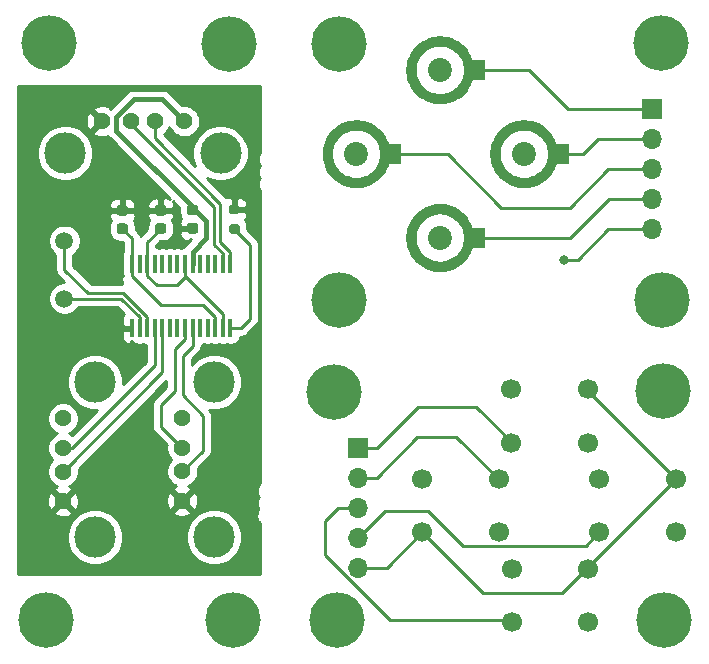
<source format=gtl>
%TF.GenerationSoftware,KiCad,Pcbnew,(5.1.9)-1*%
%TF.CreationDate,2021-07-20T01:30:18-07:00*%
%TF.ProjectId,retrocution-usb-hub,72657472-6f63-4757-9469-6f6e2d757362,rev?*%
%TF.SameCoordinates,Original*%
%TF.FileFunction,Copper,L1,Top*%
%TF.FilePolarity,Positive*%
%FSLAX46Y46*%
G04 Gerber Fmt 4.6, Leading zero omitted, Abs format (unit mm)*
G04 Created by KiCad (PCBNEW (5.1.9)-1) date 2021-07-20 01:30:18*
%MOMM*%
%LPD*%
G01*
G04 APERTURE LIST*
%TA.AperFunction,ComponentPad*%
%ADD10C,3.100000*%
%TD*%
%TA.AperFunction,ConnectorPad*%
%ADD11C,4.700000*%
%TD*%
%TA.AperFunction,ComponentPad*%
%ADD12C,0.410000*%
%TD*%
%TA.AperFunction,SMDPad,CuDef*%
%ADD13C,2.030000*%
%TD*%
%TA.AperFunction,SMDPad,CuDef*%
%ADD14C,0.100000*%
%TD*%
%TA.AperFunction,ComponentPad*%
%ADD15C,1.700000*%
%TD*%
%TA.AperFunction,ComponentPad*%
%ADD16O,1.700000X1.700000*%
%TD*%
%TA.AperFunction,ComponentPad*%
%ADD17R,1.700000X1.700000*%
%TD*%
%TA.AperFunction,ComponentPad*%
%ADD18C,1.500000*%
%TD*%
%TA.AperFunction,ComponentPad*%
%ADD19C,1.431000*%
%TD*%
%TA.AperFunction,ComponentPad*%
%ADD20C,3.495000*%
%TD*%
%TA.AperFunction,SMDPad,CuDef*%
%ADD21R,0.440000X1.525000*%
%TD*%
%TA.AperFunction,ViaPad*%
%ADD22C,0.800000*%
%TD*%
%TA.AperFunction,Conductor*%
%ADD23C,0.250000*%
%TD*%
%TA.AperFunction,Conductor*%
%ADD24C,0.381000*%
%TD*%
%TA.AperFunction,Conductor*%
%ADD25C,0.254000*%
%TD*%
%TA.AperFunction,Conductor*%
%ADD26C,0.100000*%
%TD*%
G04 APERTURE END LIST*
D10*
%TO.P,REF\u002A\u002A,1*%
%TO.N,N/C*%
X131500880Y-79298800D03*
D11*
X131500880Y-79298800D03*
%TD*%
D10*
%TO.P,REF\u002A\u002A,1*%
%TO.N,N/C*%
X146776440Y-79324200D03*
D11*
X146776440Y-79324200D03*
%TD*%
D10*
%TO.P,REF\u002A\u002A,1*%
%TO.N,N/C*%
X156052520Y-79354680D03*
D11*
X156052520Y-79354680D03*
%TD*%
D10*
%TO.P,REF\u002A\u002A,1*%
%TO.N,N/C*%
X183388000Y-100980240D03*
D11*
X183388000Y-100980240D03*
%TD*%
D10*
%TO.P,REF\u002A\u002A,1*%
%TO.N,N/C*%
X183311800Y-79298800D03*
D11*
X183311800Y-79298800D03*
%TD*%
D10*
%TO.P,REF\u002A\u002A,1*%
%TO.N,N/C*%
X156072840Y-100980240D03*
D11*
X156072840Y-100980240D03*
%TD*%
%TO.P,REF\u002A\u002A,1*%
%TO.N,N/C*%
X155864560Y-128107440D03*
D10*
X155864560Y-128107440D03*
%TD*%
%TO.P,REF\u002A\u002A,1*%
%TO.N,N/C*%
X155666440Y-108818680D03*
D11*
X155666440Y-108818680D03*
%TD*%
D10*
%TO.P,REF\u002A\u002A,1*%
%TO.N,N/C*%
X183499760Y-108747560D03*
D11*
X183499760Y-108747560D03*
%TD*%
%TO.P,REF\u002A\u002A,1*%
%TO.N,N/C*%
X183591200Y-128102360D03*
D10*
X183591200Y-128102360D03*
%TD*%
%TO.P,REF\u002A\u002A,1*%
%TO.N,N/C*%
X147101560Y-128148080D03*
D11*
X147101560Y-128148080D03*
%TD*%
%TO.P,REF\u002A\u002A,1*%
%TO.N,N/C*%
X131226560Y-128127760D03*
D10*
X131226560Y-128127760D03*
%TD*%
D12*
%TO.P,U1,*%
%TO.N,Net-(J4-Pad5)*%
X171749720Y-88163400D03*
X164637720Y-95351600D03*
X157525720Y-88138000D03*
X164637720Y-81051400D03*
D13*
%TO.P,U1,5*%
X164637720Y-81571400D03*
%TA.AperFunction,SMDPad,CuDef*%
D14*
%TO.P,U1,1*%
%TO.N,Net-(J4-Pad1)*%
G36*
X165060304Y-78722572D02*
G01*
X165337503Y-78777710D01*
X165607963Y-78859753D01*
X165869079Y-78967911D01*
X166118336Y-79101142D01*
X166353334Y-79258162D01*
X166571810Y-79437461D01*
X166771659Y-79637310D01*
X166950958Y-79855786D01*
X167107978Y-80090784D01*
X167241209Y-80340041D01*
X167349367Y-80601157D01*
X167385842Y-80721400D01*
X168408720Y-80721400D01*
X168408720Y-82421400D01*
X167385842Y-82421400D01*
X167349367Y-82541643D01*
X167241209Y-82802759D01*
X167107978Y-83052016D01*
X166950958Y-83287014D01*
X166771659Y-83505490D01*
X166571810Y-83705339D01*
X166353334Y-83884638D01*
X166118336Y-84041658D01*
X165869079Y-84174889D01*
X165607963Y-84283047D01*
X165337503Y-84365090D01*
X165060304Y-84420228D01*
X164779035Y-84447931D01*
X164496405Y-84447931D01*
X164215136Y-84420228D01*
X163937937Y-84365090D01*
X163667477Y-84283047D01*
X163406361Y-84174889D01*
X163157104Y-84041658D01*
X162922106Y-83884638D01*
X162703630Y-83705339D01*
X162503781Y-83505490D01*
X162324482Y-83287014D01*
X162167462Y-83052016D01*
X162034231Y-82802759D01*
X161926073Y-82541643D01*
X161844030Y-82271183D01*
X161788892Y-81993984D01*
X161761189Y-81712715D01*
X161761189Y-81473265D01*
X162640129Y-81473265D01*
X162640129Y-81669535D01*
X162659367Y-81864861D01*
X162697657Y-82057360D01*
X162754632Y-82245180D01*
X162829741Y-82426510D01*
X162922263Y-82599605D01*
X163031305Y-82762799D01*
X163155818Y-82914518D01*
X163294602Y-83053302D01*
X163446321Y-83177815D01*
X163609515Y-83286857D01*
X163782610Y-83379379D01*
X163963940Y-83454488D01*
X164151760Y-83511463D01*
X164344259Y-83549753D01*
X164539585Y-83568991D01*
X164735855Y-83568991D01*
X164931181Y-83549753D01*
X165123680Y-83511463D01*
X165311500Y-83454488D01*
X165492830Y-83379379D01*
X165665925Y-83286857D01*
X165829119Y-83177815D01*
X165980838Y-83053302D01*
X166119622Y-82914518D01*
X166244135Y-82762799D01*
X166353177Y-82599605D01*
X166445699Y-82426510D01*
X166520808Y-82245180D01*
X166577783Y-82057360D01*
X166616073Y-81864861D01*
X166635311Y-81669535D01*
X166635311Y-81473265D01*
X166616073Y-81277939D01*
X166577783Y-81085440D01*
X166520808Y-80897620D01*
X166445699Y-80716290D01*
X166353177Y-80543195D01*
X166244135Y-80380001D01*
X166119622Y-80228282D01*
X165980838Y-80089498D01*
X165829119Y-79964985D01*
X165665925Y-79855943D01*
X165492830Y-79763421D01*
X165311500Y-79688312D01*
X165123680Y-79631337D01*
X164931181Y-79593047D01*
X164735855Y-79573809D01*
X164539585Y-79573809D01*
X164344259Y-79593047D01*
X164151760Y-79631337D01*
X163963940Y-79688312D01*
X163782610Y-79763421D01*
X163609515Y-79855943D01*
X163446321Y-79964985D01*
X163294602Y-80089498D01*
X163155818Y-80228282D01*
X163031305Y-80380001D01*
X162922263Y-80543195D01*
X162829741Y-80716290D01*
X162754632Y-80897620D01*
X162697657Y-81085440D01*
X162659367Y-81277939D01*
X162640129Y-81473265D01*
X161761189Y-81473265D01*
X161761189Y-81430085D01*
X161788892Y-81148816D01*
X161844030Y-80871617D01*
X161926073Y-80601157D01*
X162034231Y-80340041D01*
X162167462Y-80090784D01*
X162324482Y-79855786D01*
X162503781Y-79637310D01*
X162703630Y-79437461D01*
X162922106Y-79258162D01*
X163157104Y-79101142D01*
X163406361Y-78967911D01*
X163667477Y-78859753D01*
X163937937Y-78777710D01*
X164215136Y-78722572D01*
X164496405Y-78694869D01*
X164779035Y-78694869D01*
X165060304Y-78722572D01*
G37*
%TD.AperFunction*%
D13*
%TO.P,U1,5*%
%TO.N,Net-(J4-Pad5)*%
X164637720Y-95771400D03*
%TA.AperFunction,SMDPad,CuDef*%
D14*
%TO.P,U1,4*%
%TO.N,Net-(J4-Pad4)*%
G36*
X165060304Y-92922572D02*
G01*
X165337503Y-92977710D01*
X165607963Y-93059753D01*
X165869079Y-93167911D01*
X166118336Y-93301142D01*
X166353334Y-93458162D01*
X166571810Y-93637461D01*
X166771659Y-93837310D01*
X166950958Y-94055786D01*
X167107978Y-94290784D01*
X167241209Y-94540041D01*
X167349367Y-94801157D01*
X167385842Y-94921400D01*
X168408720Y-94921400D01*
X168408720Y-96621400D01*
X167385842Y-96621400D01*
X167349367Y-96741643D01*
X167241209Y-97002759D01*
X167107978Y-97252016D01*
X166950958Y-97487014D01*
X166771659Y-97705490D01*
X166571810Y-97905339D01*
X166353334Y-98084638D01*
X166118336Y-98241658D01*
X165869079Y-98374889D01*
X165607963Y-98483047D01*
X165337503Y-98565090D01*
X165060304Y-98620228D01*
X164779035Y-98647931D01*
X164496405Y-98647931D01*
X164215136Y-98620228D01*
X163937937Y-98565090D01*
X163667477Y-98483047D01*
X163406361Y-98374889D01*
X163157104Y-98241658D01*
X162922106Y-98084638D01*
X162703630Y-97905339D01*
X162503781Y-97705490D01*
X162324482Y-97487014D01*
X162167462Y-97252016D01*
X162034231Y-97002759D01*
X161926073Y-96741643D01*
X161844030Y-96471183D01*
X161788892Y-96193984D01*
X161761189Y-95912715D01*
X161761189Y-95673265D01*
X162640129Y-95673265D01*
X162640129Y-95869535D01*
X162659367Y-96064861D01*
X162697657Y-96257360D01*
X162754632Y-96445180D01*
X162829741Y-96626510D01*
X162922263Y-96799605D01*
X163031305Y-96962799D01*
X163155818Y-97114518D01*
X163294602Y-97253302D01*
X163446321Y-97377815D01*
X163609515Y-97486857D01*
X163782610Y-97579379D01*
X163963940Y-97654488D01*
X164151760Y-97711463D01*
X164344259Y-97749753D01*
X164539585Y-97768991D01*
X164735855Y-97768991D01*
X164931181Y-97749753D01*
X165123680Y-97711463D01*
X165311500Y-97654488D01*
X165492830Y-97579379D01*
X165665925Y-97486857D01*
X165829119Y-97377815D01*
X165980838Y-97253302D01*
X166119622Y-97114518D01*
X166244135Y-96962799D01*
X166353177Y-96799605D01*
X166445699Y-96626510D01*
X166520808Y-96445180D01*
X166577783Y-96257360D01*
X166616073Y-96064861D01*
X166635311Y-95869535D01*
X166635311Y-95673265D01*
X166616073Y-95477939D01*
X166577783Y-95285440D01*
X166520808Y-95097620D01*
X166445699Y-94916290D01*
X166353177Y-94743195D01*
X166244135Y-94580001D01*
X166119622Y-94428282D01*
X165980838Y-94289498D01*
X165829119Y-94164985D01*
X165665925Y-94055943D01*
X165492830Y-93963421D01*
X165311500Y-93888312D01*
X165123680Y-93831337D01*
X164931181Y-93793047D01*
X164735855Y-93773809D01*
X164539585Y-93773809D01*
X164344259Y-93793047D01*
X164151760Y-93831337D01*
X163963940Y-93888312D01*
X163782610Y-93963421D01*
X163609515Y-94055943D01*
X163446321Y-94164985D01*
X163294602Y-94289498D01*
X163155818Y-94428282D01*
X163031305Y-94580001D01*
X162922263Y-94743195D01*
X162829741Y-94916290D01*
X162754632Y-95097620D01*
X162697657Y-95285440D01*
X162659367Y-95477939D01*
X162640129Y-95673265D01*
X161761189Y-95673265D01*
X161761189Y-95630085D01*
X161788892Y-95348816D01*
X161844030Y-95071617D01*
X161926073Y-94801157D01*
X162034231Y-94540041D01*
X162167462Y-94290784D01*
X162324482Y-94055786D01*
X162503781Y-93837310D01*
X162703630Y-93637461D01*
X162922106Y-93458162D01*
X163157104Y-93301142D01*
X163406361Y-93167911D01*
X163667477Y-93059753D01*
X163937937Y-92977710D01*
X164215136Y-92922572D01*
X164496405Y-92894869D01*
X164779035Y-92894869D01*
X165060304Y-92922572D01*
G37*
%TD.AperFunction*%
D13*
%TO.P,U1,5*%
%TO.N,Net-(J4-Pad5)*%
X157537720Y-88671400D03*
%TA.AperFunction,SMDPad,CuDef*%
D14*
%TO.P,U1,3*%
%TO.N,Net-(J4-Pad3)*%
G36*
X157969304Y-85822572D02*
G01*
X158246503Y-85877710D01*
X158516963Y-85959753D01*
X158778079Y-86067911D01*
X159027336Y-86201142D01*
X159262334Y-86358162D01*
X159480810Y-86537461D01*
X159680659Y-86737310D01*
X159859958Y-86955786D01*
X160016978Y-87190784D01*
X160150209Y-87440041D01*
X160258367Y-87701157D01*
X160294842Y-87821400D01*
X161317720Y-87821400D01*
X161317720Y-89521400D01*
X160294842Y-89521400D01*
X160258367Y-89641643D01*
X160150209Y-89902759D01*
X160016978Y-90152016D01*
X159859958Y-90387014D01*
X159680659Y-90605490D01*
X159480810Y-90805339D01*
X159262334Y-90984638D01*
X159027336Y-91141658D01*
X158778079Y-91274889D01*
X158516963Y-91383047D01*
X158246503Y-91465090D01*
X157969304Y-91520228D01*
X157688035Y-91547931D01*
X157405405Y-91547931D01*
X157124136Y-91520228D01*
X156846937Y-91465090D01*
X156576477Y-91383047D01*
X156315361Y-91274889D01*
X156066104Y-91141658D01*
X155831106Y-90984638D01*
X155612630Y-90805339D01*
X155412781Y-90605490D01*
X155233482Y-90387014D01*
X155076462Y-90152016D01*
X154943231Y-89902759D01*
X154835073Y-89641643D01*
X154753030Y-89371183D01*
X154697892Y-89093984D01*
X154670189Y-88812715D01*
X154670189Y-88573265D01*
X155549129Y-88573265D01*
X155549129Y-88769535D01*
X155568367Y-88964861D01*
X155606657Y-89157360D01*
X155663632Y-89345180D01*
X155738741Y-89526510D01*
X155831263Y-89699605D01*
X155940305Y-89862799D01*
X156064818Y-90014518D01*
X156203602Y-90153302D01*
X156355321Y-90277815D01*
X156518515Y-90386857D01*
X156691610Y-90479379D01*
X156872940Y-90554488D01*
X157060760Y-90611463D01*
X157253259Y-90649753D01*
X157448585Y-90668991D01*
X157644855Y-90668991D01*
X157840181Y-90649753D01*
X158032680Y-90611463D01*
X158220500Y-90554488D01*
X158401830Y-90479379D01*
X158574925Y-90386857D01*
X158738119Y-90277815D01*
X158889838Y-90153302D01*
X159028622Y-90014518D01*
X159153135Y-89862799D01*
X159262177Y-89699605D01*
X159354699Y-89526510D01*
X159429808Y-89345180D01*
X159486783Y-89157360D01*
X159525073Y-88964861D01*
X159544311Y-88769535D01*
X159544311Y-88573265D01*
X159525073Y-88377939D01*
X159486783Y-88185440D01*
X159429808Y-87997620D01*
X159354699Y-87816290D01*
X159262177Y-87643195D01*
X159153135Y-87480001D01*
X159028622Y-87328282D01*
X158889838Y-87189498D01*
X158738119Y-87064985D01*
X158574925Y-86955943D01*
X158401830Y-86863421D01*
X158220500Y-86788312D01*
X158032680Y-86731337D01*
X157840181Y-86693047D01*
X157644855Y-86673809D01*
X157448585Y-86673809D01*
X157253259Y-86693047D01*
X157060760Y-86731337D01*
X156872940Y-86788312D01*
X156691610Y-86863421D01*
X156518515Y-86955943D01*
X156355321Y-87064985D01*
X156203602Y-87189498D01*
X156064818Y-87328282D01*
X155940305Y-87480001D01*
X155831263Y-87643195D01*
X155738741Y-87816290D01*
X155663632Y-87997620D01*
X155606657Y-88185440D01*
X155568367Y-88377939D01*
X155549129Y-88573265D01*
X154670189Y-88573265D01*
X154670189Y-88530085D01*
X154697892Y-88248816D01*
X154753030Y-87971617D01*
X154835073Y-87701157D01*
X154943231Y-87440041D01*
X155076462Y-87190784D01*
X155233482Y-86955786D01*
X155412781Y-86737310D01*
X155612630Y-86537461D01*
X155831106Y-86358162D01*
X156066104Y-86201142D01*
X156315361Y-86067911D01*
X156576477Y-85959753D01*
X156846937Y-85877710D01*
X157124136Y-85822572D01*
X157405405Y-85794869D01*
X157688035Y-85794869D01*
X157969304Y-85822572D01*
G37*
%TD.AperFunction*%
D13*
%TO.P,U1,5*%
%TO.N,Net-(J4-Pad5)*%
X171737720Y-88671400D03*
%TA.AperFunction,SMDPad,CuDef*%
D14*
%TO.P,U1,2*%
%TO.N,Net-(J4-Pad2)*%
G36*
X172169304Y-85822572D02*
G01*
X172446503Y-85877710D01*
X172716963Y-85959753D01*
X172978079Y-86067911D01*
X173227336Y-86201142D01*
X173462334Y-86358162D01*
X173680810Y-86537461D01*
X173880659Y-86737310D01*
X174059958Y-86955786D01*
X174216978Y-87190784D01*
X174350209Y-87440041D01*
X174458367Y-87701157D01*
X174494842Y-87821400D01*
X175517720Y-87821400D01*
X175517720Y-89521400D01*
X174494842Y-89521400D01*
X174458367Y-89641643D01*
X174350209Y-89902759D01*
X174216978Y-90152016D01*
X174059958Y-90387014D01*
X173880659Y-90605490D01*
X173680810Y-90805339D01*
X173462334Y-90984638D01*
X173227336Y-91141658D01*
X172978079Y-91274889D01*
X172716963Y-91383047D01*
X172446503Y-91465090D01*
X172169304Y-91520228D01*
X171888035Y-91547931D01*
X171605405Y-91547931D01*
X171324136Y-91520228D01*
X171046937Y-91465090D01*
X170776477Y-91383047D01*
X170515361Y-91274889D01*
X170266104Y-91141658D01*
X170031106Y-90984638D01*
X169812630Y-90805339D01*
X169612781Y-90605490D01*
X169433482Y-90387014D01*
X169276462Y-90152016D01*
X169143231Y-89902759D01*
X169035073Y-89641643D01*
X168953030Y-89371183D01*
X168897892Y-89093984D01*
X168870189Y-88812715D01*
X168870189Y-88573265D01*
X169749129Y-88573265D01*
X169749129Y-88769535D01*
X169768367Y-88964861D01*
X169806657Y-89157360D01*
X169863632Y-89345180D01*
X169938741Y-89526510D01*
X170031263Y-89699605D01*
X170140305Y-89862799D01*
X170264818Y-90014518D01*
X170403602Y-90153302D01*
X170555321Y-90277815D01*
X170718515Y-90386857D01*
X170891610Y-90479379D01*
X171072940Y-90554488D01*
X171260760Y-90611463D01*
X171453259Y-90649753D01*
X171648585Y-90668991D01*
X171844855Y-90668991D01*
X172040181Y-90649753D01*
X172232680Y-90611463D01*
X172420500Y-90554488D01*
X172601830Y-90479379D01*
X172774925Y-90386857D01*
X172938119Y-90277815D01*
X173089838Y-90153302D01*
X173228622Y-90014518D01*
X173353135Y-89862799D01*
X173462177Y-89699605D01*
X173554699Y-89526510D01*
X173629808Y-89345180D01*
X173686783Y-89157360D01*
X173725073Y-88964861D01*
X173744311Y-88769535D01*
X173744311Y-88573265D01*
X173725073Y-88377939D01*
X173686783Y-88185440D01*
X173629808Y-87997620D01*
X173554699Y-87816290D01*
X173462177Y-87643195D01*
X173353135Y-87480001D01*
X173228622Y-87328282D01*
X173089838Y-87189498D01*
X172938119Y-87064985D01*
X172774925Y-86955943D01*
X172601830Y-86863421D01*
X172420500Y-86788312D01*
X172232680Y-86731337D01*
X172040181Y-86693047D01*
X171844855Y-86673809D01*
X171648585Y-86673809D01*
X171453259Y-86693047D01*
X171260760Y-86731337D01*
X171072940Y-86788312D01*
X170891610Y-86863421D01*
X170718515Y-86955943D01*
X170555321Y-87064985D01*
X170403602Y-87189498D01*
X170264818Y-87328282D01*
X170140305Y-87480001D01*
X170031263Y-87643195D01*
X169938741Y-87816290D01*
X169863632Y-87997620D01*
X169806657Y-88185440D01*
X169768367Y-88377939D01*
X169749129Y-88573265D01*
X168870189Y-88573265D01*
X168870189Y-88530085D01*
X168897892Y-88248816D01*
X168953030Y-87971617D01*
X169035073Y-87701157D01*
X169143231Y-87440041D01*
X169276462Y-87190784D01*
X169433482Y-86955786D01*
X169612781Y-86737310D01*
X169812630Y-86537461D01*
X170031106Y-86358162D01*
X170266104Y-86201142D01*
X170515361Y-86067911D01*
X170776477Y-85959753D01*
X171046937Y-85877710D01*
X171324136Y-85822572D01*
X171605405Y-85794869D01*
X171888035Y-85794869D01*
X172169304Y-85822572D01*
G37*
%TD.AperFunction*%
%TD*%
D15*
%TO.P,SW4,4*%
%TO.N,Net-(SW4-Pad4)*%
X177172760Y-128274200D03*
%TO.P,SW4,3*%
%TO.N,Net-(J5-Pad3)*%
X170672760Y-128274200D03*
%TO.P,SW4,2*%
%TO.N,Net-(J5-Pad5)*%
X177172760Y-123774200D03*
%TO.P,SW4,1*%
%TO.N,Net-(SW4-Pad1)*%
X170672760Y-123774200D03*
%TD*%
%TO.P,SW3,1*%
%TO.N,Net-(SW3-Pad1)*%
X178104800Y-116199920D03*
%TO.P,SW3,2*%
%TO.N,Net-(J5-Pad5)*%
X184604800Y-116199920D03*
%TO.P,SW3,3*%
%TO.N,Net-(J5-Pad4)*%
X178104800Y-120699920D03*
%TO.P,SW3,4*%
%TO.N,Net-(SW3-Pad4)*%
X184604800Y-120699920D03*
%TD*%
%TO.P,SW2,4*%
%TO.N,Net-(SW2-Pad4)*%
X177121960Y-113095160D03*
%TO.P,SW2,3*%
%TO.N,Net-(J5-Pad1)*%
X170621960Y-113095160D03*
%TO.P,SW2,2*%
%TO.N,Net-(J5-Pad5)*%
X177121960Y-108595160D03*
%TO.P,SW2,1*%
%TO.N,Net-(SW2-Pad1)*%
X170621960Y-108595160D03*
%TD*%
%TO.P,SW1,1*%
%TO.N,Net-(SW1-Pad1)*%
X169585640Y-120685560D03*
%TO.P,SW1,2*%
%TO.N,Net-(J5-Pad5)*%
X163085640Y-120685560D03*
%TO.P,SW1,3*%
%TO.N,Net-(J5-Pad2)*%
X169585640Y-116185560D03*
%TO.P,SW1,4*%
%TO.N,Net-(SW1-Pad4)*%
X163085640Y-116185560D03*
%TD*%
D16*
%TO.P,J5,5*%
%TO.N,Net-(J5-Pad5)*%
X157652720Y-123667520D03*
%TO.P,J5,4*%
%TO.N,Net-(J5-Pad4)*%
X157652720Y-121127520D03*
%TO.P,J5,3*%
%TO.N,Net-(J5-Pad3)*%
X157652720Y-118587520D03*
%TO.P,J5,2*%
%TO.N,Net-(J5-Pad2)*%
X157652720Y-116047520D03*
D17*
%TO.P,J5,1*%
%TO.N,Net-(J5-Pad1)*%
X157652720Y-113507520D03*
%TD*%
D16*
%TO.P,J4,5*%
%TO.N,Net-(J4-Pad5)*%
X182595520Y-95031560D03*
%TO.P,J4,4*%
%TO.N,Net-(J4-Pad4)*%
X182595520Y-92491560D03*
%TO.P,J4,3*%
%TO.N,Net-(J4-Pad3)*%
X182595520Y-89951560D03*
%TO.P,J4,2*%
%TO.N,Net-(J4-Pad2)*%
X182595520Y-87411560D03*
D17*
%TO.P,J4,1*%
%TO.N,Net-(J4-Pad1)*%
X182595520Y-84871560D03*
%TD*%
D18*
%TO.P,Y1,2*%
%TO.N,Net-(IC1-Pad2)*%
X132816600Y-100892000D03*
%TO.P,Y1,1*%
%TO.N,Net-(IC1-Pad3)*%
X132816600Y-96012000D03*
%TD*%
%TO.P,R1,2*%
%TO.N,GND*%
%TA.AperFunction,SMDPad,CuDef*%
G36*
G01*
X147457840Y-93756160D02*
X146907840Y-93756160D01*
G75*
G02*
X146707840Y-93556160I0J200000D01*
G01*
X146707840Y-93156160D01*
G75*
G02*
X146907840Y-92956160I200000J0D01*
G01*
X147457840Y-92956160D01*
G75*
G02*
X147657840Y-93156160I0J-200000D01*
G01*
X147657840Y-93556160D01*
G75*
G02*
X147457840Y-93756160I-200000J0D01*
G01*
G37*
%TD.AperFunction*%
%TO.P,R1,1*%
%TO.N,Net-(IC1-Pad14)*%
%TA.AperFunction,SMDPad,CuDef*%
G36*
G01*
X147457840Y-95406160D02*
X146907840Y-95406160D01*
G75*
G02*
X146707840Y-95206160I0J200000D01*
G01*
X146707840Y-94806160D01*
G75*
G02*
X146907840Y-94606160I200000J0D01*
G01*
X147457840Y-94606160D01*
G75*
G02*
X147657840Y-94806160I0J-200000D01*
G01*
X147657840Y-95206160D01*
G75*
G02*
X147457840Y-95406160I-200000J0D01*
G01*
G37*
%TD.AperFunction*%
%TD*%
D19*
%TO.P,J3,1*%
%TO.N,GND*%
X135957720Y-85880120D03*
%TO.P,J3,2*%
%TO.N,Net-(IC1-Pad16)*%
X138457720Y-85880120D03*
%TO.P,J3,3*%
%TO.N,Net-(IC1-Pad15)*%
X140457720Y-85880120D03*
%TO.P,J3,4*%
%TO.N,+5V*%
X142957720Y-85880120D03*
D20*
%TO.P,J3,MH1*%
%TO.N,Net-(J3-PadMH1)*%
X132887720Y-88590120D03*
%TO.P,J3,MH2*%
%TO.N,Net-(J3-PadMH2)*%
X146027720Y-88590120D03*
%TD*%
D19*
%TO.P,J2,1*%
%TO.N,GND*%
X142788640Y-118022760D03*
%TO.P,J2,2*%
%TO.N,Net-(IC1-Pad9)*%
X142788640Y-115522760D03*
%TO.P,J2,3*%
%TO.N,Net-(IC1-Pad8)*%
X142788640Y-113522760D03*
%TO.P,J2,4*%
%TO.N,+5V*%
X142788640Y-111022760D03*
D20*
%TO.P,J2,MH1*%
%TO.N,Net-(J2-PadMH1)*%
X145498640Y-121092760D03*
%TO.P,J2,MH2*%
%TO.N,Net-(J2-PadMH2)*%
X145498640Y-107952760D03*
%TD*%
D19*
%TO.P,J1,1*%
%TO.N,GND*%
X132689600Y-118043960D03*
%TO.P,J1,2*%
%TO.N,Net-(IC1-Pad5)*%
X132689600Y-115543960D03*
%TO.P,J1,3*%
%TO.N,Net-(IC1-Pad4)*%
X132689600Y-113543960D03*
%TO.P,J1,4*%
%TO.N,+5V*%
X132689600Y-111043960D03*
D20*
%TO.P,J1,MH1*%
%TO.N,Net-(J1-PadMH1)*%
X135399600Y-121113960D03*
%TO.P,J1,MH2*%
%TO.N,Net-(J1-PadMH2)*%
X135399600Y-107973960D03*
%TD*%
D21*
%TO.P,IC1,28*%
%TO.N,/vd18*%
X138542280Y-97968520D03*
%TO.P,IC1,27*%
%TO.N,Net-(IC1-Pad27)*%
X139182280Y-97968520D03*
%TO.P,IC1,26*%
%TO.N,/vd33*%
X139822280Y-97968520D03*
%TO.P,IC1,25*%
%TO.N,Net-(IC1-Pad25)*%
X140462280Y-97968520D03*
%TO.P,IC1,24*%
%TO.N,Net-(IC1-Pad24)*%
X141102280Y-97968520D03*
%TO.P,IC1,23*%
%TO.N,Net-(IC1-Pad23)*%
X141742280Y-97968520D03*
%TO.P,IC1,22*%
%TO.N,Net-(IC1-Pad22)*%
X142382280Y-97968520D03*
%TO.P,IC1,21*%
%TO.N,/vd33*%
X143022280Y-97968520D03*
%TO.P,IC1,20*%
%TO.N,+5V*%
X143662280Y-97968520D03*
%TO.P,IC1,19*%
%TO.N,Net-(IC1-Pad19)*%
X144302280Y-97968520D03*
%TO.P,IC1,18*%
%TO.N,Net-(IC1-Pad18)*%
X144942280Y-97968520D03*
%TO.P,IC1,17*%
%TO.N,Net-(IC1-Pad17)*%
X145582280Y-97968520D03*
%TO.P,IC1,16*%
%TO.N,Net-(IC1-Pad16)*%
X146222280Y-97968520D03*
%TO.P,IC1,15*%
%TO.N,Net-(IC1-Pad15)*%
X146862280Y-97968520D03*
%TO.P,IC1,14*%
%TO.N,Net-(IC1-Pad14)*%
X146862280Y-103392520D03*
%TO.P,IC1,13*%
%TO.N,/vd33*%
X146222280Y-103392520D03*
%TO.P,IC1,12*%
%TO.N,/vd18*%
X145582280Y-103392520D03*
%TO.P,IC1,11*%
%TO.N,Net-(IC1-Pad11)*%
X144942280Y-103392520D03*
%TO.P,IC1,10*%
%TO.N,Net-(IC1-Pad10)*%
X144302280Y-103392520D03*
%TO.P,IC1,9*%
%TO.N,Net-(IC1-Pad9)*%
X143662280Y-103392520D03*
%TO.P,IC1,8*%
%TO.N,Net-(IC1-Pad8)*%
X143022280Y-103392520D03*
%TO.P,IC1,7*%
%TO.N,Net-(IC1-Pad7)*%
X142382280Y-103392520D03*
%TO.P,IC1,6*%
%TO.N,Net-(IC1-Pad6)*%
X141742280Y-103392520D03*
%TO.P,IC1,5*%
%TO.N,Net-(IC1-Pad5)*%
X141102280Y-103392520D03*
%TO.P,IC1,4*%
%TO.N,Net-(IC1-Pad4)*%
X140462280Y-103392520D03*
%TO.P,IC1,3*%
%TO.N,Net-(IC1-Pad3)*%
X139822280Y-103392520D03*
%TO.P,IC1,2*%
%TO.N,Net-(IC1-Pad2)*%
X139182280Y-103392520D03*
%TO.P,IC1,1*%
%TO.N,GND*%
X138542280Y-103392520D03*
%TD*%
%TO.P,C3,2*%
%TO.N,GND*%
%TA.AperFunction,SMDPad,CuDef*%
G36*
G01*
X143417480Y-94498040D02*
X143917480Y-94498040D01*
G75*
G02*
X144142480Y-94723040I0J-225000D01*
G01*
X144142480Y-95173040D01*
G75*
G02*
X143917480Y-95398040I-225000J0D01*
G01*
X143417480Y-95398040D01*
G75*
G02*
X143192480Y-95173040I0J225000D01*
G01*
X143192480Y-94723040D01*
G75*
G02*
X143417480Y-94498040I225000J0D01*
G01*
G37*
%TD.AperFunction*%
%TO.P,C3,1*%
%TO.N,+5V*%
%TA.AperFunction,SMDPad,CuDef*%
G36*
G01*
X143417480Y-92948040D02*
X143917480Y-92948040D01*
G75*
G02*
X144142480Y-93173040I0J-225000D01*
G01*
X144142480Y-93623040D01*
G75*
G02*
X143917480Y-93848040I-225000J0D01*
G01*
X143417480Y-93848040D01*
G75*
G02*
X143192480Y-93623040I0J225000D01*
G01*
X143192480Y-93173040D01*
G75*
G02*
X143417480Y-92948040I225000J0D01*
G01*
G37*
%TD.AperFunction*%
%TD*%
%TO.P,C2,2*%
%TO.N,GND*%
%TA.AperFunction,SMDPad,CuDef*%
G36*
G01*
X141204760Y-93870600D02*
X140704760Y-93870600D01*
G75*
G02*
X140479760Y-93645600I0J225000D01*
G01*
X140479760Y-93195600D01*
G75*
G02*
X140704760Y-92970600I225000J0D01*
G01*
X141204760Y-92970600D01*
G75*
G02*
X141429760Y-93195600I0J-225000D01*
G01*
X141429760Y-93645600D01*
G75*
G02*
X141204760Y-93870600I-225000J0D01*
G01*
G37*
%TD.AperFunction*%
%TO.P,C2,1*%
%TO.N,/vd33*%
%TA.AperFunction,SMDPad,CuDef*%
G36*
G01*
X141204760Y-95420600D02*
X140704760Y-95420600D01*
G75*
G02*
X140479760Y-95195600I0J225000D01*
G01*
X140479760Y-94745600D01*
G75*
G02*
X140704760Y-94520600I225000J0D01*
G01*
X141204760Y-94520600D01*
G75*
G02*
X141429760Y-94745600I0J-225000D01*
G01*
X141429760Y-95195600D01*
G75*
G02*
X141204760Y-95420600I-225000J0D01*
G01*
G37*
%TD.AperFunction*%
%TD*%
%TO.P,C1,2*%
%TO.N,GND*%
%TA.AperFunction,SMDPad,CuDef*%
G36*
G01*
X137968800Y-93885840D02*
X137468800Y-93885840D01*
G75*
G02*
X137243800Y-93660840I0J225000D01*
G01*
X137243800Y-93210840D01*
G75*
G02*
X137468800Y-92985840I225000J0D01*
G01*
X137968800Y-92985840D01*
G75*
G02*
X138193800Y-93210840I0J-225000D01*
G01*
X138193800Y-93660840D01*
G75*
G02*
X137968800Y-93885840I-225000J0D01*
G01*
G37*
%TD.AperFunction*%
%TO.P,C1,1*%
%TO.N,/vd18*%
%TA.AperFunction,SMDPad,CuDef*%
G36*
G01*
X137968800Y-95435840D02*
X137468800Y-95435840D01*
G75*
G02*
X137243800Y-95210840I0J225000D01*
G01*
X137243800Y-94760840D01*
G75*
G02*
X137468800Y-94535840I225000J0D01*
G01*
X137968800Y-94535840D01*
G75*
G02*
X138193800Y-94760840I0J-225000D01*
G01*
X138193800Y-95210840D01*
G75*
G02*
X137968800Y-95435840I-225000J0D01*
G01*
G37*
%TD.AperFunction*%
%TD*%
D22*
%TO.N,Net-(J4-Pad5)*%
X175148240Y-97627440D03*
%TD*%
D23*
%TO.N,GND*%
X138542280Y-103392520D02*
X132003080Y-103392520D01*
X132003080Y-103392520D02*
X130561080Y-101950520D01*
X130561080Y-101950520D02*
X130561080Y-95031560D01*
X132156800Y-93435840D02*
X137718800Y-93435840D01*
X130561080Y-95031560D02*
X132156800Y-93435840D01*
%TO.N,/vd18*%
X138542280Y-98981020D02*
X141013940Y-101452680D01*
X138542280Y-97968520D02*
X138542280Y-98981020D01*
X145582280Y-102465018D02*
X145582280Y-103392520D01*
X144569942Y-101452680D02*
X145582280Y-102465018D01*
X141013940Y-101452680D02*
X144569942Y-101452680D01*
X138542280Y-95809320D02*
X137718800Y-94985840D01*
X138542280Y-97968520D02*
X138542280Y-95809320D01*
%TO.N,/vd33*%
X139822280Y-96103080D02*
X140954760Y-94970600D01*
X139822280Y-97968520D02*
X139822280Y-96103080D01*
X146222280Y-102181020D02*
X146222280Y-103392520D01*
X143022280Y-97968520D02*
X143022280Y-98981020D01*
X139822280Y-98981020D02*
X140627700Y-99786440D01*
X139822280Y-97968520D02*
X139822280Y-98981020D01*
X142321860Y-99786440D02*
X142978550Y-99129750D01*
X142978550Y-99129750D02*
X143171010Y-99129750D01*
X140627700Y-99786440D02*
X142321860Y-99786440D01*
X143171010Y-99129750D02*
X146222280Y-102181020D01*
X143022280Y-98981020D02*
X143171010Y-99129750D01*
D24*
%TO.N,+5V*%
X138662518Y-84038440D02*
X141116040Y-84038440D01*
X141116040Y-84038440D02*
X142957720Y-85880120D01*
X137205720Y-85495238D02*
X138662518Y-84038440D01*
X143667480Y-93398040D02*
X143667480Y-93162120D01*
X137205720Y-86700360D02*
X137205720Y-85495238D01*
X143667480Y-93162120D02*
X137205720Y-86700360D01*
X143662280Y-96923118D02*
X144790160Y-95795238D01*
X143662280Y-97968520D02*
X143662280Y-96923118D01*
X144790160Y-95795238D02*
X144790160Y-94300040D01*
X143888160Y-93398040D02*
X143667480Y-93398040D01*
X144790160Y-94300040D02*
X143888160Y-93398040D01*
D23*
%TO.N,Net-(IC1-Pad16)*%
X138457720Y-85880120D02*
X138457720Y-86113400D01*
X138457720Y-86113400D02*
X145506440Y-93162120D01*
X146222280Y-97041018D02*
X146222280Y-97968520D01*
X145506440Y-96325178D02*
X146222280Y-97041018D01*
X145506440Y-93162120D02*
X145506440Y-96325178D01*
%TO.N,Net-(IC1-Pad15)*%
X140457720Y-85880120D02*
X140457720Y-87320920D01*
X140457720Y-87320920D02*
X145994120Y-92857320D01*
X146862280Y-96956020D02*
X146862280Y-97968520D01*
X145994120Y-96087860D02*
X146862280Y-96956020D01*
X145994120Y-92857320D02*
X145994120Y-96087860D01*
%TO.N,Net-(IC1-Pad14)*%
X146862280Y-103392520D02*
X147742360Y-103392520D01*
X147742360Y-103392520D02*
X148523960Y-102610920D01*
X148523960Y-96347280D02*
X147182840Y-95006160D01*
X148523960Y-102610920D02*
X148523960Y-96347280D01*
%TO.N,Net-(IC1-Pad9)*%
X143662280Y-104871640D02*
X143662280Y-103392520D01*
X142814040Y-105719880D02*
X143662280Y-104871640D01*
X142814040Y-105719880D02*
X142814040Y-109103160D01*
X142814040Y-109103160D02*
X144531080Y-110820200D01*
X144531080Y-113780320D02*
X142788640Y-115522760D01*
X144531080Y-110820200D02*
X144531080Y-113780320D01*
%TO.N,Net-(IC1-Pad8)*%
X143022280Y-104320022D02*
X143022280Y-103392520D01*
X142199360Y-105142942D02*
X143022280Y-104320022D01*
X142199360Y-105142942D02*
X142199360Y-108681520D01*
X142199360Y-108681520D02*
X141000480Y-109880400D01*
X141000480Y-111734600D02*
X142788640Y-113522760D01*
X141000480Y-109880400D02*
X141000480Y-111734600D01*
%TO.N,Net-(IC1-Pad5)*%
X141102280Y-107131280D02*
X132689600Y-115543960D01*
X141102280Y-103392520D02*
X141102280Y-107131280D01*
%TO.N,Net-(IC1-Pad4)*%
X140462280Y-106554549D02*
X140462280Y-103392520D01*
X133472869Y-113543960D02*
X132689600Y-113543960D01*
X140462280Y-106554549D02*
X133472869Y-113543960D01*
%TO.N,Net-(IC1-Pad3)*%
X132816600Y-96012000D02*
X132816600Y-98455480D01*
X132816600Y-98455480D02*
X134803110Y-100441990D01*
X139822280Y-102468608D02*
X139822280Y-103392520D01*
X137795663Y-100441991D02*
X139822280Y-102468608D01*
X134803110Y-100441990D02*
X137795663Y-100441991D01*
%TO.N,Net-(IC1-Pad2)*%
X139182280Y-102465018D02*
X139182280Y-103392520D01*
X137609262Y-100892000D02*
X139182280Y-102465018D01*
X132816600Y-100892000D02*
X137609262Y-100892000D01*
%TO.N,Net-(J4-Pad5)*%
X175148240Y-97627440D02*
X175051720Y-97627440D01*
X175148240Y-97627440D02*
X176255680Y-97627440D01*
X178851560Y-95031560D02*
X182595520Y-95031560D01*
X176255680Y-97627440D02*
X178851560Y-95031560D01*
%TO.N,Net-(J4-Pad4)*%
X178937920Y-92491560D02*
X182595520Y-92491560D01*
X175658080Y-95771400D02*
X178937920Y-92491560D01*
X167558720Y-95771400D02*
X175658080Y-95771400D01*
%TO.N,Net-(J4-Pad3)*%
X175585120Y-93207840D02*
X178841400Y-89951560D01*
X169814240Y-93207840D02*
X175585120Y-93207840D01*
X165277800Y-88671400D02*
X169814240Y-93207840D01*
X178841400Y-89951560D02*
X182595520Y-89951560D01*
X160467720Y-88671400D02*
X165277800Y-88671400D01*
%TO.N,Net-(J4-Pad2)*%
X182559960Y-87376000D02*
X182595520Y-87411560D01*
X174667720Y-88671400D02*
X176733200Y-88671400D01*
X177993040Y-87411560D02*
X182595520Y-87411560D01*
X176733200Y-88671400D02*
X177993040Y-87411560D01*
%TO.N,Net-(J4-Pad1)*%
X175488600Y-84871560D02*
X172188440Y-81571400D01*
X182595520Y-84871560D02*
X175488600Y-84871560D01*
X172188440Y-81571400D02*
X167558720Y-81571400D01*
%TO.N,Net-(J5-Pad5)*%
X162618280Y-120218200D02*
X163085640Y-120685560D01*
X163085640Y-120685560D02*
X168252000Y-125851920D01*
X174968040Y-125851920D02*
X177182920Y-123637040D01*
X168252000Y-125851920D02*
X174968040Y-125851920D01*
X184604800Y-116215160D02*
X184604800Y-116199920D01*
X177182920Y-123637040D02*
X184604800Y-116215160D01*
X177218480Y-108813600D02*
X177218480Y-108579920D01*
X184604800Y-116199920D02*
X177218480Y-108813600D01*
X160103680Y-123667520D02*
X163085640Y-120685560D01*
X157652720Y-123667520D02*
X160103680Y-123667520D01*
%TO.N,Net-(J5-Pad4)*%
X159913320Y-118866920D02*
X157652720Y-121127520D01*
X163586160Y-118866920D02*
X159913320Y-118866920D01*
X166579801Y-121860561D02*
X163586160Y-118866920D01*
X176944159Y-121860561D02*
X166579801Y-121860561D01*
X178104800Y-120699920D02*
X176944159Y-121860561D01*
%TO.N,Net-(J5-Pad3)*%
X170682920Y-128137040D02*
X163700478Y-128137040D01*
X157652720Y-118587520D02*
X155986480Y-118587520D01*
X155986480Y-118587520D02*
X154879040Y-119694960D01*
X160383238Y-128137040D02*
X163700478Y-128137040D01*
X154879040Y-122632842D02*
X160383238Y-128137040D01*
X154879040Y-119694960D02*
X154879040Y-122632842D01*
%TO.N,Net-(J5-Pad2)*%
X165998280Y-112598200D02*
X169585640Y-116185560D01*
X157652720Y-116047520D02*
X159252920Y-116047520D01*
X162702240Y-112598200D02*
X165998280Y-112598200D01*
X159252920Y-116047520D02*
X162702240Y-112598200D01*
%TO.N,Net-(J5-Pad1)*%
X167696760Y-110058200D02*
X170718480Y-113079920D01*
X157652720Y-113507520D02*
X159273240Y-113507520D01*
X162722560Y-110058200D02*
X167696760Y-110058200D01*
X159273240Y-113507520D02*
X162722560Y-110058200D01*
%TD*%
D25*
%TO.N,GND*%
X149346920Y-88589799D02*
X149294163Y-88668755D01*
X149227450Y-88829815D01*
X149193440Y-89000795D01*
X149193440Y-89175125D01*
X149227450Y-89346105D01*
X149294163Y-89507165D01*
X149346920Y-89586121D01*
X149346920Y-89656599D01*
X149294163Y-89735555D01*
X149227450Y-89896615D01*
X149193440Y-90067595D01*
X149193440Y-90241925D01*
X149227450Y-90412905D01*
X149294163Y-90573965D01*
X149346920Y-90652921D01*
X149346920Y-90659985D01*
X149268763Y-90776955D01*
X149202050Y-90938015D01*
X149168040Y-91108995D01*
X149168040Y-91283325D01*
X149202050Y-91454305D01*
X149268763Y-91615365D01*
X149346920Y-91732335D01*
X149346920Y-116533301D01*
X149274176Y-116606045D01*
X149177323Y-116750995D01*
X149110610Y-116912055D01*
X149076600Y-117083035D01*
X149076600Y-117257365D01*
X149110610Y-117428345D01*
X149177323Y-117589405D01*
X149253626Y-117703600D01*
X149177323Y-117817795D01*
X149110610Y-117978855D01*
X149076600Y-118149835D01*
X149076600Y-118324165D01*
X149110610Y-118495145D01*
X149177323Y-118656205D01*
X149232440Y-118738693D01*
X149151923Y-118859195D01*
X149085210Y-119020255D01*
X149051200Y-119191235D01*
X149051200Y-119365565D01*
X149085210Y-119536545D01*
X149151923Y-119697605D01*
X149248776Y-119842555D01*
X149346920Y-119940699D01*
X149346920Y-124256800D01*
X128915160Y-124256800D01*
X128915160Y-120879304D01*
X133017100Y-120879304D01*
X133017100Y-121348616D01*
X133108658Y-121808910D01*
X133288256Y-122242497D01*
X133548991Y-122632715D01*
X133880845Y-122964569D01*
X134271063Y-123225304D01*
X134704650Y-123404902D01*
X135164944Y-123496460D01*
X135634256Y-123496460D01*
X136094550Y-123404902D01*
X136528137Y-123225304D01*
X136918355Y-122964569D01*
X137250209Y-122632715D01*
X137510944Y-122242497D01*
X137690542Y-121808910D01*
X137782100Y-121348616D01*
X137782100Y-120879304D01*
X137777884Y-120858104D01*
X143116140Y-120858104D01*
X143116140Y-121327416D01*
X143207698Y-121787710D01*
X143387296Y-122221297D01*
X143648031Y-122611515D01*
X143979885Y-122943369D01*
X144370103Y-123204104D01*
X144803690Y-123383702D01*
X145263984Y-123475260D01*
X145733296Y-123475260D01*
X146193590Y-123383702D01*
X146627177Y-123204104D01*
X147017395Y-122943369D01*
X147349249Y-122611515D01*
X147609984Y-122221297D01*
X147789582Y-121787710D01*
X147881140Y-121327416D01*
X147881140Y-120858104D01*
X147789582Y-120397810D01*
X147609984Y-119964223D01*
X147349249Y-119574005D01*
X147017395Y-119242151D01*
X146627177Y-118981416D01*
X146193590Y-118801818D01*
X145733296Y-118710260D01*
X145263984Y-118710260D01*
X144803690Y-118801818D01*
X144370103Y-118981416D01*
X143979885Y-119242151D01*
X143648031Y-119574005D01*
X143387296Y-119964223D01*
X143207698Y-120397810D01*
X143116140Y-120858104D01*
X137777884Y-120858104D01*
X137690542Y-120419010D01*
X137510944Y-119985423D01*
X137250209Y-119595205D01*
X136918355Y-119263351D01*
X136528137Y-119002616D01*
X136413436Y-118955105D01*
X142035900Y-118955105D01*
X142097242Y-119190454D01*
X142338332Y-119302903D01*
X142596728Y-119366155D01*
X142862499Y-119377782D01*
X143125432Y-119337337D01*
X143375422Y-119246372D01*
X143480038Y-119190454D01*
X143541380Y-118955105D01*
X142788640Y-118202365D01*
X142035900Y-118955105D01*
X136413436Y-118955105D01*
X136094550Y-118823018D01*
X135634256Y-118731460D01*
X135164944Y-118731460D01*
X134704650Y-118823018D01*
X134271063Y-119002616D01*
X133880845Y-119263351D01*
X133548991Y-119595205D01*
X133288256Y-119985423D01*
X133108658Y-120419010D01*
X133017100Y-120879304D01*
X128915160Y-120879304D01*
X128915160Y-118976305D01*
X131936860Y-118976305D01*
X131998202Y-119211654D01*
X132239292Y-119324103D01*
X132497688Y-119387355D01*
X132763459Y-119398982D01*
X133026392Y-119358537D01*
X133276382Y-119267572D01*
X133380998Y-119211654D01*
X133442340Y-118976305D01*
X132689600Y-118223565D01*
X131936860Y-118976305D01*
X128915160Y-118976305D01*
X128915160Y-118117819D01*
X131334578Y-118117819D01*
X131375023Y-118380752D01*
X131465988Y-118630742D01*
X131521906Y-118735358D01*
X131757255Y-118796700D01*
X132509995Y-118043960D01*
X132869205Y-118043960D01*
X133621945Y-118796700D01*
X133857294Y-118735358D01*
X133969743Y-118494268D01*
X134032995Y-118235872D01*
X134039087Y-118096619D01*
X141433618Y-118096619D01*
X141474063Y-118359552D01*
X141565028Y-118609542D01*
X141620946Y-118714158D01*
X141856295Y-118775500D01*
X142609035Y-118022760D01*
X142968245Y-118022760D01*
X143720985Y-118775500D01*
X143956334Y-118714158D01*
X144068783Y-118473068D01*
X144132035Y-118214672D01*
X144143662Y-117948901D01*
X144103217Y-117685968D01*
X144012252Y-117435978D01*
X143956334Y-117331362D01*
X143720985Y-117270020D01*
X142968245Y-118022760D01*
X142609035Y-118022760D01*
X141856295Y-117270020D01*
X141620946Y-117331362D01*
X141508497Y-117572452D01*
X141445245Y-117830848D01*
X141433618Y-118096619D01*
X134039087Y-118096619D01*
X134044622Y-117970101D01*
X134004177Y-117707168D01*
X133913212Y-117457178D01*
X133857294Y-117352562D01*
X133621945Y-117291220D01*
X132869205Y-118043960D01*
X132509995Y-118043960D01*
X131757255Y-117291220D01*
X131521906Y-117352562D01*
X131409457Y-117593652D01*
X131346205Y-117852048D01*
X131334578Y-118117819D01*
X128915160Y-118117819D01*
X128915160Y-110910947D01*
X131339100Y-110910947D01*
X131339100Y-111176973D01*
X131390999Y-111437886D01*
X131492803Y-111683661D01*
X131640599Y-111904853D01*
X131828707Y-112092961D01*
X132049899Y-112240757D01*
X132178342Y-112293960D01*
X132049899Y-112347163D01*
X131828707Y-112494959D01*
X131640599Y-112683067D01*
X131492803Y-112904259D01*
X131390999Y-113150034D01*
X131339100Y-113410947D01*
X131339100Y-113676973D01*
X131390999Y-113937886D01*
X131492803Y-114183661D01*
X131640599Y-114404853D01*
X131779706Y-114543960D01*
X131640599Y-114683067D01*
X131492803Y-114904259D01*
X131390999Y-115150034D01*
X131339100Y-115410947D01*
X131339100Y-115676973D01*
X131390999Y-115937886D01*
X131492803Y-116183661D01*
X131640599Y-116404853D01*
X131828707Y-116592961D01*
X132049899Y-116740757D01*
X132176937Y-116793378D01*
X132102818Y-116820348D01*
X131998202Y-116876266D01*
X131936860Y-117111615D01*
X132689600Y-117864355D01*
X133442340Y-117111615D01*
X133380998Y-116876266D01*
X133202805Y-116793154D01*
X133329301Y-116740757D01*
X133550493Y-116592961D01*
X133738601Y-116404853D01*
X133886397Y-116183661D01*
X133988201Y-115937886D01*
X134040100Y-115676973D01*
X134040100Y-115410947D01*
X134016427Y-115291934D01*
X141439361Y-107869001D01*
X141439361Y-108366717D01*
X140489483Y-109316596D01*
X140460479Y-109340399D01*
X140415336Y-109395407D01*
X140365506Y-109456124D01*
X140345948Y-109492715D01*
X140294934Y-109588154D01*
X140251477Y-109731415D01*
X140240480Y-109843068D01*
X140240480Y-109843078D01*
X140236804Y-109880400D01*
X140240480Y-109917723D01*
X140240481Y-111697268D01*
X140236804Y-111734600D01*
X140240481Y-111771933D01*
X140251478Y-111883586D01*
X140257929Y-111904853D01*
X140294934Y-112026846D01*
X140365506Y-112158876D01*
X140419083Y-112224159D01*
X140460480Y-112274601D01*
X140489478Y-112298399D01*
X141461813Y-113270735D01*
X141438140Y-113389747D01*
X141438140Y-113655773D01*
X141490039Y-113916686D01*
X141591843Y-114162461D01*
X141739639Y-114383653D01*
X141878746Y-114522760D01*
X141739639Y-114661867D01*
X141591843Y-114883059D01*
X141490039Y-115128834D01*
X141438140Y-115389747D01*
X141438140Y-115655773D01*
X141490039Y-115916686D01*
X141591843Y-116162461D01*
X141739639Y-116383653D01*
X141927747Y-116571761D01*
X142148939Y-116719557D01*
X142275977Y-116772178D01*
X142201858Y-116799148D01*
X142097242Y-116855066D01*
X142035900Y-117090415D01*
X142788640Y-117843155D01*
X143541380Y-117090415D01*
X143480038Y-116855066D01*
X143301845Y-116771954D01*
X143428341Y-116719557D01*
X143649533Y-116571761D01*
X143837641Y-116383653D01*
X143985437Y-116162461D01*
X144087241Y-115916686D01*
X144139140Y-115655773D01*
X144139140Y-115389747D01*
X144115467Y-115270735D01*
X145042083Y-114344119D01*
X145071081Y-114320321D01*
X145166054Y-114204596D01*
X145236626Y-114072567D01*
X145280083Y-113929306D01*
X145291080Y-113817653D01*
X145291080Y-113817644D01*
X145294756Y-113780321D01*
X145291080Y-113742998D01*
X145291080Y-110857522D01*
X145294756Y-110820199D01*
X145291080Y-110782876D01*
X145291080Y-110782867D01*
X145280083Y-110671214D01*
X145236626Y-110527953D01*
X145166054Y-110395924D01*
X145087451Y-110300145D01*
X145263984Y-110335260D01*
X145733296Y-110335260D01*
X146193590Y-110243702D01*
X146627177Y-110064104D01*
X147017395Y-109803369D01*
X147349249Y-109471515D01*
X147609984Y-109081297D01*
X147789582Y-108647710D01*
X147881140Y-108187416D01*
X147881140Y-107718104D01*
X147789582Y-107257810D01*
X147609984Y-106824223D01*
X147349249Y-106434005D01*
X147017395Y-106102151D01*
X146627177Y-105841416D01*
X146193590Y-105661818D01*
X145733296Y-105570260D01*
X145263984Y-105570260D01*
X144803690Y-105661818D01*
X144370103Y-105841416D01*
X143979885Y-106102151D01*
X143648031Y-106434005D01*
X143574040Y-106544740D01*
X143574040Y-106034681D01*
X144173284Y-105435438D01*
X144202281Y-105411641D01*
X144297254Y-105295916D01*
X144367826Y-105163887D01*
X144411283Y-105020626D01*
X144422280Y-104908973D01*
X144422280Y-104908972D01*
X144425957Y-104871640D01*
X144422280Y-104834307D01*
X144422280Y-104793092D01*
X144522280Y-104793092D01*
X144622280Y-104783243D01*
X144722280Y-104793092D01*
X145162280Y-104793092D01*
X145262280Y-104783243D01*
X145362280Y-104793092D01*
X145802280Y-104793092D01*
X145902280Y-104783243D01*
X146002280Y-104793092D01*
X146442280Y-104793092D01*
X146542280Y-104783243D01*
X146642280Y-104793092D01*
X147082280Y-104793092D01*
X147206762Y-104780832D01*
X147326460Y-104744522D01*
X147436774Y-104685557D01*
X147533465Y-104606205D01*
X147612817Y-104509514D01*
X147671782Y-104399200D01*
X147708092Y-104279502D01*
X147720352Y-104155020D01*
X147720352Y-104154028D01*
X147742360Y-104156196D01*
X147779682Y-104152520D01*
X147779693Y-104152520D01*
X147891346Y-104141523D01*
X148034607Y-104098066D01*
X148166636Y-104027494D01*
X148282361Y-103932521D01*
X148306163Y-103903518D01*
X149034964Y-103174718D01*
X149063961Y-103150921D01*
X149158934Y-103035196D01*
X149229506Y-102903167D01*
X149272963Y-102759906D01*
X149283960Y-102648253D01*
X149283960Y-102648244D01*
X149287636Y-102610921D01*
X149283960Y-102573598D01*
X149283960Y-96384602D01*
X149287636Y-96347279D01*
X149283960Y-96309956D01*
X149283960Y-96309947D01*
X149272963Y-96198294D01*
X149229506Y-96055033D01*
X149189634Y-95980438D01*
X149158934Y-95923003D01*
X149087759Y-95836277D01*
X149063961Y-95807279D01*
X149034963Y-95783481D01*
X148295912Y-95044431D01*
X148295912Y-94806160D01*
X148279809Y-94642660D01*
X148232118Y-94485444D01*
X148154671Y-94340552D01*
X148070977Y-94238570D01*
X148109025Y-94207345D01*
X148188377Y-94110654D01*
X148247342Y-94000340D01*
X148283652Y-93880642D01*
X148295912Y-93756160D01*
X148292840Y-93641910D01*
X148134090Y-93483160D01*
X147309840Y-93483160D01*
X147309840Y-93503160D01*
X147055840Y-93503160D01*
X147055840Y-93483160D01*
X147035840Y-93483160D01*
X147035840Y-93229160D01*
X147055840Y-93229160D01*
X147055840Y-92479910D01*
X147309840Y-92479910D01*
X147309840Y-93229160D01*
X148134090Y-93229160D01*
X148292840Y-93070410D01*
X148295912Y-92956160D01*
X148283652Y-92831678D01*
X148247342Y-92711980D01*
X148188377Y-92601666D01*
X148109025Y-92504975D01*
X148012334Y-92425623D01*
X147902020Y-92366658D01*
X147782322Y-92330348D01*
X147657840Y-92318088D01*
X147468590Y-92321160D01*
X147309840Y-92479910D01*
X147055840Y-92479910D01*
X146897090Y-92321160D01*
X146707840Y-92318088D01*
X146583358Y-92330348D01*
X146552497Y-92339710D01*
X146534121Y-92317319D01*
X146505124Y-92293522D01*
X144922882Y-90711281D01*
X145332770Y-90881062D01*
X145793064Y-90972620D01*
X146262376Y-90972620D01*
X146722670Y-90881062D01*
X147156257Y-90701464D01*
X147546475Y-90440729D01*
X147878329Y-90108875D01*
X148139064Y-89718657D01*
X148318662Y-89285070D01*
X148410220Y-88824776D01*
X148410220Y-88355464D01*
X148318662Y-87895170D01*
X148139064Y-87461583D01*
X147878329Y-87071365D01*
X147546475Y-86739511D01*
X147156257Y-86478776D01*
X146722670Y-86299178D01*
X146262376Y-86207620D01*
X145793064Y-86207620D01*
X145332770Y-86299178D01*
X144899183Y-86478776D01*
X144508965Y-86739511D01*
X144177111Y-87071365D01*
X143916376Y-87461583D01*
X143736778Y-87895170D01*
X143645220Y-88355464D01*
X143645220Y-88824776D01*
X143736778Y-89285070D01*
X143906560Y-89694958D01*
X141217720Y-87006119D01*
X141217720Y-86996536D01*
X141318613Y-86929121D01*
X141506721Y-86741013D01*
X141654517Y-86519821D01*
X141707720Y-86391378D01*
X141760923Y-86519821D01*
X141908719Y-86741013D01*
X142096827Y-86929121D01*
X142318019Y-87076917D01*
X142563794Y-87178721D01*
X142824707Y-87230620D01*
X143090733Y-87230620D01*
X143351646Y-87178721D01*
X143597421Y-87076917D01*
X143818613Y-86929121D01*
X144006721Y-86741013D01*
X144154517Y-86519821D01*
X144256321Y-86274046D01*
X144308220Y-86013133D01*
X144308220Y-85747107D01*
X144256321Y-85486194D01*
X144154517Y-85240419D01*
X144006721Y-85019227D01*
X143818613Y-84831119D01*
X143597421Y-84683323D01*
X143351646Y-84581519D01*
X143090733Y-84529620D01*
X142824707Y-84529620D01*
X142782958Y-84537924D01*
X141728438Y-83483406D01*
X141702581Y-83451899D01*
X141576882Y-83348741D01*
X141433474Y-83272087D01*
X141277866Y-83224884D01*
X141156593Y-83212940D01*
X141156590Y-83212940D01*
X141116040Y-83208946D01*
X141075490Y-83212940D01*
X138703057Y-83212940D01*
X138662517Y-83208947D01*
X138621977Y-83212940D01*
X138621965Y-83212940D01*
X138500692Y-83224884D01*
X138345084Y-83272087D01*
X138220196Y-83338842D01*
X138201674Y-83348742D01*
X138145551Y-83394801D01*
X138075977Y-83451899D01*
X138050124Y-83483401D01*
X136684676Y-84848850D01*
X136649118Y-84712426D01*
X136408028Y-84599977D01*
X136149632Y-84536725D01*
X135883861Y-84525098D01*
X135620928Y-84565543D01*
X135370938Y-84656508D01*
X135266322Y-84712426D01*
X135204980Y-84947775D01*
X135957720Y-85700515D01*
X135971863Y-85686373D01*
X136151468Y-85865978D01*
X136137325Y-85880120D01*
X136151468Y-85894263D01*
X135971863Y-86073868D01*
X135957720Y-86059725D01*
X135204980Y-86812465D01*
X135266322Y-87047814D01*
X135507412Y-87160263D01*
X135765808Y-87223515D01*
X136031579Y-87235142D01*
X136294512Y-87194697D01*
X136494942Y-87121766D01*
X136516021Y-87161202D01*
X136530399Y-87178721D01*
X136619179Y-87286901D01*
X136650686Y-87312758D01*
X141770796Y-92432869D01*
X141673940Y-92381098D01*
X141554242Y-92344788D01*
X141429760Y-92332528D01*
X141240510Y-92335600D01*
X141081760Y-92494350D01*
X141081760Y-93293600D01*
X141906010Y-93293600D01*
X142064760Y-93134850D01*
X142067832Y-92970600D01*
X142055572Y-92846118D01*
X142019262Y-92726420D01*
X141967491Y-92629564D01*
X142554408Y-93216482D01*
X142554408Y-93623040D01*
X142570992Y-93791417D01*
X142620105Y-93953323D01*
X142698180Y-94099391D01*
X142661943Y-94143546D01*
X142602978Y-94253860D01*
X142566668Y-94373558D01*
X142554408Y-94498040D01*
X142557480Y-94662290D01*
X142716230Y-94821040D01*
X143540480Y-94821040D01*
X143540480Y-94801040D01*
X143794480Y-94801040D01*
X143794480Y-94821040D01*
X143814480Y-94821040D01*
X143814480Y-95075040D01*
X143794480Y-95075040D01*
X143794480Y-95095040D01*
X143540480Y-95095040D01*
X143540480Y-95075040D01*
X142716230Y-95075040D01*
X142557480Y-95233790D01*
X142554408Y-95398040D01*
X142566668Y-95522522D01*
X142602978Y-95642220D01*
X142661943Y-95752534D01*
X142741295Y-95849225D01*
X142837986Y-95928577D01*
X142948300Y-95987542D01*
X143067998Y-96023852D01*
X143192480Y-96036112D01*
X143381730Y-96033040D01*
X143540478Y-95874292D01*
X143540478Y-95877487D01*
X143107241Y-96310725D01*
X143075740Y-96336577D01*
X143049889Y-96368077D01*
X142972581Y-96462276D01*
X142916098Y-96567948D01*
X142802280Y-96567948D01*
X142702280Y-96577797D01*
X142602280Y-96567948D01*
X142162280Y-96567948D01*
X142062280Y-96577797D01*
X141962280Y-96567948D01*
X141522280Y-96567948D01*
X141422280Y-96577797D01*
X141322280Y-96567948D01*
X140882280Y-96567948D01*
X140782280Y-96577797D01*
X140682280Y-96567948D01*
X140582280Y-96567948D01*
X140582280Y-96417881D01*
X140941490Y-96058672D01*
X141204760Y-96058672D01*
X141373137Y-96042088D01*
X141535043Y-95992975D01*
X141684257Y-95913218D01*
X141815044Y-95805884D01*
X141922378Y-95675097D01*
X142002135Y-95525883D01*
X142051248Y-95363977D01*
X142067832Y-95195600D01*
X142067832Y-94745600D01*
X142051248Y-94577223D01*
X142002135Y-94415317D01*
X141924060Y-94269249D01*
X141960297Y-94225094D01*
X142019262Y-94114780D01*
X142055572Y-93995082D01*
X142067832Y-93870600D01*
X142064760Y-93706350D01*
X141906010Y-93547600D01*
X141081760Y-93547600D01*
X141081760Y-93567600D01*
X140827760Y-93567600D01*
X140827760Y-93547600D01*
X140003510Y-93547600D01*
X139844760Y-93706350D01*
X139841688Y-93870600D01*
X139853948Y-93995082D01*
X139890258Y-94114780D01*
X139949223Y-94225094D01*
X139985460Y-94269249D01*
X139907385Y-94415317D01*
X139858272Y-94577223D01*
X139841688Y-94745600D01*
X139841688Y-95008871D01*
X139311278Y-95539281D01*
X139282280Y-95563079D01*
X139267313Y-95581316D01*
X139247826Y-95517073D01*
X139177254Y-95385044D01*
X139135688Y-95334396D01*
X139082281Y-95269319D01*
X139053282Y-95245521D01*
X138831872Y-95024110D01*
X138831872Y-94760840D01*
X138815288Y-94592463D01*
X138766175Y-94430557D01*
X138688100Y-94284489D01*
X138724337Y-94240334D01*
X138783302Y-94130020D01*
X138819612Y-94010322D01*
X138831872Y-93885840D01*
X138828800Y-93721590D01*
X138670050Y-93562840D01*
X137845800Y-93562840D01*
X137845800Y-93582840D01*
X137591800Y-93582840D01*
X137591800Y-93562840D01*
X136767550Y-93562840D01*
X136608800Y-93721590D01*
X136605728Y-93885840D01*
X136617988Y-94010322D01*
X136654298Y-94130020D01*
X136713263Y-94240334D01*
X136749500Y-94284489D01*
X136671425Y-94430557D01*
X136622312Y-94592463D01*
X136605728Y-94760840D01*
X136605728Y-95210840D01*
X136622312Y-95379217D01*
X136671425Y-95541123D01*
X136751182Y-95690337D01*
X136858516Y-95821124D01*
X136989303Y-95928458D01*
X137138517Y-96008215D01*
X137300423Y-96057328D01*
X137468800Y-96073912D01*
X137732070Y-96073912D01*
X137782281Y-96124123D01*
X137782281Y-96869229D01*
X137732778Y-96961840D01*
X137696468Y-97081538D01*
X137684208Y-97206020D01*
X137684208Y-98731020D01*
X137696468Y-98855502D01*
X137732778Y-98975200D01*
X137754020Y-99014941D01*
X137731978Y-99018520D01*
X137708654Y-99027227D01*
X137687477Y-99040318D01*
X137669261Y-99057288D01*
X137654705Y-99077486D01*
X137644370Y-99100136D01*
X137638651Y-99124366D01*
X137637770Y-99149247D01*
X137671257Y-99681992D01*
X135117913Y-99681990D01*
X133576600Y-98140679D01*
X133576600Y-97169909D01*
X133699486Y-97087799D01*
X133892399Y-96894886D01*
X134043971Y-96668043D01*
X134148375Y-96415989D01*
X134201600Y-96148411D01*
X134201600Y-95875589D01*
X134148375Y-95608011D01*
X134043971Y-95355957D01*
X133892399Y-95129114D01*
X133699486Y-94936201D01*
X133472643Y-94784629D01*
X133220589Y-94680225D01*
X132953011Y-94627000D01*
X132680189Y-94627000D01*
X132412611Y-94680225D01*
X132160557Y-94784629D01*
X131933714Y-94936201D01*
X131740801Y-95129114D01*
X131589229Y-95355957D01*
X131484825Y-95608011D01*
X131431600Y-95875589D01*
X131431600Y-96148411D01*
X131484825Y-96415989D01*
X131589229Y-96668043D01*
X131740801Y-96894886D01*
X131933714Y-97087799D01*
X132056600Y-97169909D01*
X132056601Y-98418148D01*
X132052924Y-98455480D01*
X132056601Y-98492813D01*
X132067598Y-98604466D01*
X132080780Y-98647922D01*
X132111054Y-98747726D01*
X132181626Y-98879756D01*
X132252801Y-98966482D01*
X132276600Y-98995481D01*
X132305598Y-99019279D01*
X132793318Y-99507000D01*
X132680189Y-99507000D01*
X132412611Y-99560225D01*
X132160557Y-99664629D01*
X131933714Y-99816201D01*
X131740801Y-100009114D01*
X131589229Y-100235957D01*
X131484825Y-100488011D01*
X131431600Y-100755589D01*
X131431600Y-101028411D01*
X131484825Y-101295989D01*
X131589229Y-101548043D01*
X131740801Y-101774886D01*
X131933714Y-101967799D01*
X132160557Y-102119371D01*
X132412611Y-102223775D01*
X132680189Y-102277000D01*
X132953011Y-102277000D01*
X133220589Y-102223775D01*
X133472643Y-102119371D01*
X133699486Y-101967799D01*
X133892399Y-101774886D01*
X133974509Y-101652000D01*
X137294461Y-101652000D01*
X137848314Y-102205854D01*
X137786590Y-102283362D01*
X137729253Y-102394531D01*
X137694706Y-102514750D01*
X137684277Y-102639398D01*
X137687280Y-103106770D01*
X137846030Y-103265520D01*
X138324208Y-103265520D01*
X138324208Y-103519520D01*
X137846030Y-103519520D01*
X137687280Y-103678270D01*
X137684277Y-104145642D01*
X137694706Y-104270290D01*
X137729253Y-104390509D01*
X137786590Y-104501678D01*
X137864512Y-104599525D01*
X137960027Y-104680290D01*
X138069463Y-104740869D01*
X138188614Y-104778934D01*
X138290530Y-104790020D01*
X138449280Y-104631270D01*
X138449280Y-104530883D01*
X138511095Y-104606205D01*
X138607786Y-104685557D01*
X138718100Y-104744522D01*
X138761783Y-104757773D01*
X138794030Y-104790020D01*
X138859158Y-104782936D01*
X138962280Y-104793092D01*
X139402280Y-104793092D01*
X139502280Y-104783243D01*
X139602280Y-104793092D01*
X139702281Y-104793092D01*
X139702280Y-106239747D01*
X137782100Y-108159927D01*
X137782100Y-107739304D01*
X137690542Y-107279010D01*
X137510944Y-106845423D01*
X137250209Y-106455205D01*
X136918355Y-106123351D01*
X136528137Y-105862616D01*
X136094550Y-105683018D01*
X135634256Y-105591460D01*
X135164944Y-105591460D01*
X134704650Y-105683018D01*
X134271063Y-105862616D01*
X133880845Y-106123351D01*
X133548991Y-106455205D01*
X133288256Y-106845423D01*
X133108658Y-107279010D01*
X133017100Y-107739304D01*
X133017100Y-108208616D01*
X133108658Y-108668910D01*
X133288256Y-109102497D01*
X133548991Y-109492715D01*
X133880845Y-109824569D01*
X134271063Y-110085304D01*
X134704650Y-110264902D01*
X135164944Y-110356460D01*
X135585568Y-110356460D01*
X133488495Y-112453533D01*
X133329301Y-112347163D01*
X133200858Y-112293960D01*
X133329301Y-112240757D01*
X133550493Y-112092961D01*
X133738601Y-111904853D01*
X133886397Y-111683661D01*
X133988201Y-111437886D01*
X134040100Y-111176973D01*
X134040100Y-110910947D01*
X133988201Y-110650034D01*
X133886397Y-110404259D01*
X133738601Y-110183067D01*
X133550493Y-109994959D01*
X133329301Y-109847163D01*
X133083526Y-109745359D01*
X132822613Y-109693460D01*
X132556587Y-109693460D01*
X132295674Y-109745359D01*
X132049899Y-109847163D01*
X131828707Y-109994959D01*
X131640599Y-110183067D01*
X131492803Y-110404259D01*
X131390999Y-110650034D01*
X131339100Y-110910947D01*
X128915160Y-110910947D01*
X128915160Y-92985840D01*
X136605728Y-92985840D01*
X136608800Y-93150090D01*
X136767550Y-93308840D01*
X137591800Y-93308840D01*
X137591800Y-92509590D01*
X137845800Y-92509590D01*
X137845800Y-93308840D01*
X138670050Y-93308840D01*
X138828800Y-93150090D01*
X138831872Y-92985840D01*
X138830372Y-92970600D01*
X139841688Y-92970600D01*
X139844760Y-93134850D01*
X140003510Y-93293600D01*
X140827760Y-93293600D01*
X140827760Y-92494350D01*
X140669010Y-92335600D01*
X140479760Y-92332528D01*
X140355278Y-92344788D01*
X140235580Y-92381098D01*
X140125266Y-92440063D01*
X140028575Y-92519415D01*
X139949223Y-92616106D01*
X139890258Y-92726420D01*
X139853948Y-92846118D01*
X139841688Y-92970600D01*
X138830372Y-92970600D01*
X138819612Y-92861358D01*
X138783302Y-92741660D01*
X138724337Y-92631346D01*
X138644985Y-92534655D01*
X138548294Y-92455303D01*
X138437980Y-92396338D01*
X138318282Y-92360028D01*
X138193800Y-92347768D01*
X138004550Y-92350840D01*
X137845800Y-92509590D01*
X137591800Y-92509590D01*
X137433050Y-92350840D01*
X137243800Y-92347768D01*
X137119318Y-92360028D01*
X136999620Y-92396338D01*
X136889306Y-92455303D01*
X136792615Y-92534655D01*
X136713263Y-92631346D01*
X136654298Y-92741660D01*
X136617988Y-92861358D01*
X136605728Y-92985840D01*
X128915160Y-92985840D01*
X128915160Y-88355464D01*
X130505220Y-88355464D01*
X130505220Y-88824776D01*
X130596778Y-89285070D01*
X130776376Y-89718657D01*
X131037111Y-90108875D01*
X131368965Y-90440729D01*
X131759183Y-90701464D01*
X132192770Y-90881062D01*
X132653064Y-90972620D01*
X133122376Y-90972620D01*
X133582670Y-90881062D01*
X134016257Y-90701464D01*
X134406475Y-90440729D01*
X134738329Y-90108875D01*
X134999064Y-89718657D01*
X135178662Y-89285070D01*
X135270220Y-88824776D01*
X135270220Y-88355464D01*
X135178662Y-87895170D01*
X134999064Y-87461583D01*
X134738329Y-87071365D01*
X134406475Y-86739511D01*
X134016257Y-86478776D01*
X133582670Y-86299178D01*
X133122376Y-86207620D01*
X132653064Y-86207620D01*
X132192770Y-86299178D01*
X131759183Y-86478776D01*
X131368965Y-86739511D01*
X131037111Y-87071365D01*
X130776376Y-87461583D01*
X130596778Y-87895170D01*
X130505220Y-88355464D01*
X128915160Y-88355464D01*
X128915160Y-85953979D01*
X134602698Y-85953979D01*
X134643143Y-86216912D01*
X134734108Y-86466902D01*
X134790026Y-86571518D01*
X135025375Y-86632860D01*
X135778115Y-85880120D01*
X135025375Y-85127380D01*
X134790026Y-85188722D01*
X134677577Y-85429812D01*
X134614325Y-85688208D01*
X134602698Y-85953979D01*
X128915160Y-85953979D01*
X128915160Y-82905600D01*
X149346920Y-82905600D01*
X149346920Y-88589799D01*
%TA.AperFunction,Conductor*%
D26*
G36*
X149346920Y-88589799D02*
G01*
X149294163Y-88668755D01*
X149227450Y-88829815D01*
X149193440Y-89000795D01*
X149193440Y-89175125D01*
X149227450Y-89346105D01*
X149294163Y-89507165D01*
X149346920Y-89586121D01*
X149346920Y-89656599D01*
X149294163Y-89735555D01*
X149227450Y-89896615D01*
X149193440Y-90067595D01*
X149193440Y-90241925D01*
X149227450Y-90412905D01*
X149294163Y-90573965D01*
X149346920Y-90652921D01*
X149346920Y-90659985D01*
X149268763Y-90776955D01*
X149202050Y-90938015D01*
X149168040Y-91108995D01*
X149168040Y-91283325D01*
X149202050Y-91454305D01*
X149268763Y-91615365D01*
X149346920Y-91732335D01*
X149346920Y-116533301D01*
X149274176Y-116606045D01*
X149177323Y-116750995D01*
X149110610Y-116912055D01*
X149076600Y-117083035D01*
X149076600Y-117257365D01*
X149110610Y-117428345D01*
X149177323Y-117589405D01*
X149253626Y-117703600D01*
X149177323Y-117817795D01*
X149110610Y-117978855D01*
X149076600Y-118149835D01*
X149076600Y-118324165D01*
X149110610Y-118495145D01*
X149177323Y-118656205D01*
X149232440Y-118738693D01*
X149151923Y-118859195D01*
X149085210Y-119020255D01*
X149051200Y-119191235D01*
X149051200Y-119365565D01*
X149085210Y-119536545D01*
X149151923Y-119697605D01*
X149248776Y-119842555D01*
X149346920Y-119940699D01*
X149346920Y-124256800D01*
X128915160Y-124256800D01*
X128915160Y-120879304D01*
X133017100Y-120879304D01*
X133017100Y-121348616D01*
X133108658Y-121808910D01*
X133288256Y-122242497D01*
X133548991Y-122632715D01*
X133880845Y-122964569D01*
X134271063Y-123225304D01*
X134704650Y-123404902D01*
X135164944Y-123496460D01*
X135634256Y-123496460D01*
X136094550Y-123404902D01*
X136528137Y-123225304D01*
X136918355Y-122964569D01*
X137250209Y-122632715D01*
X137510944Y-122242497D01*
X137690542Y-121808910D01*
X137782100Y-121348616D01*
X137782100Y-120879304D01*
X137777884Y-120858104D01*
X143116140Y-120858104D01*
X143116140Y-121327416D01*
X143207698Y-121787710D01*
X143387296Y-122221297D01*
X143648031Y-122611515D01*
X143979885Y-122943369D01*
X144370103Y-123204104D01*
X144803690Y-123383702D01*
X145263984Y-123475260D01*
X145733296Y-123475260D01*
X146193590Y-123383702D01*
X146627177Y-123204104D01*
X147017395Y-122943369D01*
X147349249Y-122611515D01*
X147609984Y-122221297D01*
X147789582Y-121787710D01*
X147881140Y-121327416D01*
X147881140Y-120858104D01*
X147789582Y-120397810D01*
X147609984Y-119964223D01*
X147349249Y-119574005D01*
X147017395Y-119242151D01*
X146627177Y-118981416D01*
X146193590Y-118801818D01*
X145733296Y-118710260D01*
X145263984Y-118710260D01*
X144803690Y-118801818D01*
X144370103Y-118981416D01*
X143979885Y-119242151D01*
X143648031Y-119574005D01*
X143387296Y-119964223D01*
X143207698Y-120397810D01*
X143116140Y-120858104D01*
X137777884Y-120858104D01*
X137690542Y-120419010D01*
X137510944Y-119985423D01*
X137250209Y-119595205D01*
X136918355Y-119263351D01*
X136528137Y-119002616D01*
X136413436Y-118955105D01*
X142035900Y-118955105D01*
X142097242Y-119190454D01*
X142338332Y-119302903D01*
X142596728Y-119366155D01*
X142862499Y-119377782D01*
X143125432Y-119337337D01*
X143375422Y-119246372D01*
X143480038Y-119190454D01*
X143541380Y-118955105D01*
X142788640Y-118202365D01*
X142035900Y-118955105D01*
X136413436Y-118955105D01*
X136094550Y-118823018D01*
X135634256Y-118731460D01*
X135164944Y-118731460D01*
X134704650Y-118823018D01*
X134271063Y-119002616D01*
X133880845Y-119263351D01*
X133548991Y-119595205D01*
X133288256Y-119985423D01*
X133108658Y-120419010D01*
X133017100Y-120879304D01*
X128915160Y-120879304D01*
X128915160Y-118976305D01*
X131936860Y-118976305D01*
X131998202Y-119211654D01*
X132239292Y-119324103D01*
X132497688Y-119387355D01*
X132763459Y-119398982D01*
X133026392Y-119358537D01*
X133276382Y-119267572D01*
X133380998Y-119211654D01*
X133442340Y-118976305D01*
X132689600Y-118223565D01*
X131936860Y-118976305D01*
X128915160Y-118976305D01*
X128915160Y-118117819D01*
X131334578Y-118117819D01*
X131375023Y-118380752D01*
X131465988Y-118630742D01*
X131521906Y-118735358D01*
X131757255Y-118796700D01*
X132509995Y-118043960D01*
X132869205Y-118043960D01*
X133621945Y-118796700D01*
X133857294Y-118735358D01*
X133969743Y-118494268D01*
X134032995Y-118235872D01*
X134039087Y-118096619D01*
X141433618Y-118096619D01*
X141474063Y-118359552D01*
X141565028Y-118609542D01*
X141620946Y-118714158D01*
X141856295Y-118775500D01*
X142609035Y-118022760D01*
X142968245Y-118022760D01*
X143720985Y-118775500D01*
X143956334Y-118714158D01*
X144068783Y-118473068D01*
X144132035Y-118214672D01*
X144143662Y-117948901D01*
X144103217Y-117685968D01*
X144012252Y-117435978D01*
X143956334Y-117331362D01*
X143720985Y-117270020D01*
X142968245Y-118022760D01*
X142609035Y-118022760D01*
X141856295Y-117270020D01*
X141620946Y-117331362D01*
X141508497Y-117572452D01*
X141445245Y-117830848D01*
X141433618Y-118096619D01*
X134039087Y-118096619D01*
X134044622Y-117970101D01*
X134004177Y-117707168D01*
X133913212Y-117457178D01*
X133857294Y-117352562D01*
X133621945Y-117291220D01*
X132869205Y-118043960D01*
X132509995Y-118043960D01*
X131757255Y-117291220D01*
X131521906Y-117352562D01*
X131409457Y-117593652D01*
X131346205Y-117852048D01*
X131334578Y-118117819D01*
X128915160Y-118117819D01*
X128915160Y-110910947D01*
X131339100Y-110910947D01*
X131339100Y-111176973D01*
X131390999Y-111437886D01*
X131492803Y-111683661D01*
X131640599Y-111904853D01*
X131828707Y-112092961D01*
X132049899Y-112240757D01*
X132178342Y-112293960D01*
X132049899Y-112347163D01*
X131828707Y-112494959D01*
X131640599Y-112683067D01*
X131492803Y-112904259D01*
X131390999Y-113150034D01*
X131339100Y-113410947D01*
X131339100Y-113676973D01*
X131390999Y-113937886D01*
X131492803Y-114183661D01*
X131640599Y-114404853D01*
X131779706Y-114543960D01*
X131640599Y-114683067D01*
X131492803Y-114904259D01*
X131390999Y-115150034D01*
X131339100Y-115410947D01*
X131339100Y-115676973D01*
X131390999Y-115937886D01*
X131492803Y-116183661D01*
X131640599Y-116404853D01*
X131828707Y-116592961D01*
X132049899Y-116740757D01*
X132176937Y-116793378D01*
X132102818Y-116820348D01*
X131998202Y-116876266D01*
X131936860Y-117111615D01*
X132689600Y-117864355D01*
X133442340Y-117111615D01*
X133380998Y-116876266D01*
X133202805Y-116793154D01*
X133329301Y-116740757D01*
X133550493Y-116592961D01*
X133738601Y-116404853D01*
X133886397Y-116183661D01*
X133988201Y-115937886D01*
X134040100Y-115676973D01*
X134040100Y-115410947D01*
X134016427Y-115291934D01*
X141439361Y-107869001D01*
X141439361Y-108366717D01*
X140489483Y-109316596D01*
X140460479Y-109340399D01*
X140415336Y-109395407D01*
X140365506Y-109456124D01*
X140345948Y-109492715D01*
X140294934Y-109588154D01*
X140251477Y-109731415D01*
X140240480Y-109843068D01*
X140240480Y-109843078D01*
X140236804Y-109880400D01*
X140240480Y-109917723D01*
X140240481Y-111697268D01*
X140236804Y-111734600D01*
X140240481Y-111771933D01*
X140251478Y-111883586D01*
X140257929Y-111904853D01*
X140294934Y-112026846D01*
X140365506Y-112158876D01*
X140419083Y-112224159D01*
X140460480Y-112274601D01*
X140489478Y-112298399D01*
X141461813Y-113270735D01*
X141438140Y-113389747D01*
X141438140Y-113655773D01*
X141490039Y-113916686D01*
X141591843Y-114162461D01*
X141739639Y-114383653D01*
X141878746Y-114522760D01*
X141739639Y-114661867D01*
X141591843Y-114883059D01*
X141490039Y-115128834D01*
X141438140Y-115389747D01*
X141438140Y-115655773D01*
X141490039Y-115916686D01*
X141591843Y-116162461D01*
X141739639Y-116383653D01*
X141927747Y-116571761D01*
X142148939Y-116719557D01*
X142275977Y-116772178D01*
X142201858Y-116799148D01*
X142097242Y-116855066D01*
X142035900Y-117090415D01*
X142788640Y-117843155D01*
X143541380Y-117090415D01*
X143480038Y-116855066D01*
X143301845Y-116771954D01*
X143428341Y-116719557D01*
X143649533Y-116571761D01*
X143837641Y-116383653D01*
X143985437Y-116162461D01*
X144087241Y-115916686D01*
X144139140Y-115655773D01*
X144139140Y-115389747D01*
X144115467Y-115270735D01*
X145042083Y-114344119D01*
X145071081Y-114320321D01*
X145166054Y-114204596D01*
X145236626Y-114072567D01*
X145280083Y-113929306D01*
X145291080Y-113817653D01*
X145291080Y-113817644D01*
X145294756Y-113780321D01*
X145291080Y-113742998D01*
X145291080Y-110857522D01*
X145294756Y-110820199D01*
X145291080Y-110782876D01*
X145291080Y-110782867D01*
X145280083Y-110671214D01*
X145236626Y-110527953D01*
X145166054Y-110395924D01*
X145087451Y-110300145D01*
X145263984Y-110335260D01*
X145733296Y-110335260D01*
X146193590Y-110243702D01*
X146627177Y-110064104D01*
X147017395Y-109803369D01*
X147349249Y-109471515D01*
X147609984Y-109081297D01*
X147789582Y-108647710D01*
X147881140Y-108187416D01*
X147881140Y-107718104D01*
X147789582Y-107257810D01*
X147609984Y-106824223D01*
X147349249Y-106434005D01*
X147017395Y-106102151D01*
X146627177Y-105841416D01*
X146193590Y-105661818D01*
X145733296Y-105570260D01*
X145263984Y-105570260D01*
X144803690Y-105661818D01*
X144370103Y-105841416D01*
X143979885Y-106102151D01*
X143648031Y-106434005D01*
X143574040Y-106544740D01*
X143574040Y-106034681D01*
X144173284Y-105435438D01*
X144202281Y-105411641D01*
X144297254Y-105295916D01*
X144367826Y-105163887D01*
X144411283Y-105020626D01*
X144422280Y-104908973D01*
X144422280Y-104908972D01*
X144425957Y-104871640D01*
X144422280Y-104834307D01*
X144422280Y-104793092D01*
X144522280Y-104793092D01*
X144622280Y-104783243D01*
X144722280Y-104793092D01*
X145162280Y-104793092D01*
X145262280Y-104783243D01*
X145362280Y-104793092D01*
X145802280Y-104793092D01*
X145902280Y-104783243D01*
X146002280Y-104793092D01*
X146442280Y-104793092D01*
X146542280Y-104783243D01*
X146642280Y-104793092D01*
X147082280Y-104793092D01*
X147206762Y-104780832D01*
X147326460Y-104744522D01*
X147436774Y-104685557D01*
X147533465Y-104606205D01*
X147612817Y-104509514D01*
X147671782Y-104399200D01*
X147708092Y-104279502D01*
X147720352Y-104155020D01*
X147720352Y-104154028D01*
X147742360Y-104156196D01*
X147779682Y-104152520D01*
X147779693Y-104152520D01*
X147891346Y-104141523D01*
X148034607Y-104098066D01*
X148166636Y-104027494D01*
X148282361Y-103932521D01*
X148306163Y-103903518D01*
X149034964Y-103174718D01*
X149063961Y-103150921D01*
X149158934Y-103035196D01*
X149229506Y-102903167D01*
X149272963Y-102759906D01*
X149283960Y-102648253D01*
X149283960Y-102648244D01*
X149287636Y-102610921D01*
X149283960Y-102573598D01*
X149283960Y-96384602D01*
X149287636Y-96347279D01*
X149283960Y-96309956D01*
X149283960Y-96309947D01*
X149272963Y-96198294D01*
X149229506Y-96055033D01*
X149189634Y-95980438D01*
X149158934Y-95923003D01*
X149087759Y-95836277D01*
X149063961Y-95807279D01*
X149034963Y-95783481D01*
X148295912Y-95044431D01*
X148295912Y-94806160D01*
X148279809Y-94642660D01*
X148232118Y-94485444D01*
X148154671Y-94340552D01*
X148070977Y-94238570D01*
X148109025Y-94207345D01*
X148188377Y-94110654D01*
X148247342Y-94000340D01*
X148283652Y-93880642D01*
X148295912Y-93756160D01*
X148292840Y-93641910D01*
X148134090Y-93483160D01*
X147309840Y-93483160D01*
X147309840Y-93503160D01*
X147055840Y-93503160D01*
X147055840Y-93483160D01*
X147035840Y-93483160D01*
X147035840Y-93229160D01*
X147055840Y-93229160D01*
X147055840Y-92479910D01*
X147309840Y-92479910D01*
X147309840Y-93229160D01*
X148134090Y-93229160D01*
X148292840Y-93070410D01*
X148295912Y-92956160D01*
X148283652Y-92831678D01*
X148247342Y-92711980D01*
X148188377Y-92601666D01*
X148109025Y-92504975D01*
X148012334Y-92425623D01*
X147902020Y-92366658D01*
X147782322Y-92330348D01*
X147657840Y-92318088D01*
X147468590Y-92321160D01*
X147309840Y-92479910D01*
X147055840Y-92479910D01*
X146897090Y-92321160D01*
X146707840Y-92318088D01*
X146583358Y-92330348D01*
X146552497Y-92339710D01*
X146534121Y-92317319D01*
X146505124Y-92293522D01*
X144922882Y-90711281D01*
X145332770Y-90881062D01*
X145793064Y-90972620D01*
X146262376Y-90972620D01*
X146722670Y-90881062D01*
X147156257Y-90701464D01*
X147546475Y-90440729D01*
X147878329Y-90108875D01*
X148139064Y-89718657D01*
X148318662Y-89285070D01*
X148410220Y-88824776D01*
X148410220Y-88355464D01*
X148318662Y-87895170D01*
X148139064Y-87461583D01*
X147878329Y-87071365D01*
X147546475Y-86739511D01*
X147156257Y-86478776D01*
X146722670Y-86299178D01*
X146262376Y-86207620D01*
X145793064Y-86207620D01*
X145332770Y-86299178D01*
X144899183Y-86478776D01*
X144508965Y-86739511D01*
X144177111Y-87071365D01*
X143916376Y-87461583D01*
X143736778Y-87895170D01*
X143645220Y-88355464D01*
X143645220Y-88824776D01*
X143736778Y-89285070D01*
X143906560Y-89694958D01*
X141217720Y-87006119D01*
X141217720Y-86996536D01*
X141318613Y-86929121D01*
X141506721Y-86741013D01*
X141654517Y-86519821D01*
X141707720Y-86391378D01*
X141760923Y-86519821D01*
X141908719Y-86741013D01*
X142096827Y-86929121D01*
X142318019Y-87076917D01*
X142563794Y-87178721D01*
X142824707Y-87230620D01*
X143090733Y-87230620D01*
X143351646Y-87178721D01*
X143597421Y-87076917D01*
X143818613Y-86929121D01*
X144006721Y-86741013D01*
X144154517Y-86519821D01*
X144256321Y-86274046D01*
X144308220Y-86013133D01*
X144308220Y-85747107D01*
X144256321Y-85486194D01*
X144154517Y-85240419D01*
X144006721Y-85019227D01*
X143818613Y-84831119D01*
X143597421Y-84683323D01*
X143351646Y-84581519D01*
X143090733Y-84529620D01*
X142824707Y-84529620D01*
X142782958Y-84537924D01*
X141728438Y-83483406D01*
X141702581Y-83451899D01*
X141576882Y-83348741D01*
X141433474Y-83272087D01*
X141277866Y-83224884D01*
X141156593Y-83212940D01*
X141156590Y-83212940D01*
X141116040Y-83208946D01*
X141075490Y-83212940D01*
X138703057Y-83212940D01*
X138662517Y-83208947D01*
X138621977Y-83212940D01*
X138621965Y-83212940D01*
X138500692Y-83224884D01*
X138345084Y-83272087D01*
X138220196Y-83338842D01*
X138201674Y-83348742D01*
X138145551Y-83394801D01*
X138075977Y-83451899D01*
X138050124Y-83483401D01*
X136684676Y-84848850D01*
X136649118Y-84712426D01*
X136408028Y-84599977D01*
X136149632Y-84536725D01*
X135883861Y-84525098D01*
X135620928Y-84565543D01*
X135370938Y-84656508D01*
X135266322Y-84712426D01*
X135204980Y-84947775D01*
X135957720Y-85700515D01*
X135971863Y-85686373D01*
X136151468Y-85865978D01*
X136137325Y-85880120D01*
X136151468Y-85894263D01*
X135971863Y-86073868D01*
X135957720Y-86059725D01*
X135204980Y-86812465D01*
X135266322Y-87047814D01*
X135507412Y-87160263D01*
X135765808Y-87223515D01*
X136031579Y-87235142D01*
X136294512Y-87194697D01*
X136494942Y-87121766D01*
X136516021Y-87161202D01*
X136530399Y-87178721D01*
X136619179Y-87286901D01*
X136650686Y-87312758D01*
X141770796Y-92432869D01*
X141673940Y-92381098D01*
X141554242Y-92344788D01*
X141429760Y-92332528D01*
X141240510Y-92335600D01*
X141081760Y-92494350D01*
X141081760Y-93293600D01*
X141906010Y-93293600D01*
X142064760Y-93134850D01*
X142067832Y-92970600D01*
X142055572Y-92846118D01*
X142019262Y-92726420D01*
X141967491Y-92629564D01*
X142554408Y-93216482D01*
X142554408Y-93623040D01*
X142570992Y-93791417D01*
X142620105Y-93953323D01*
X142698180Y-94099391D01*
X142661943Y-94143546D01*
X142602978Y-94253860D01*
X142566668Y-94373558D01*
X142554408Y-94498040D01*
X142557480Y-94662290D01*
X142716230Y-94821040D01*
X143540480Y-94821040D01*
X143540480Y-94801040D01*
X143794480Y-94801040D01*
X143794480Y-94821040D01*
X143814480Y-94821040D01*
X143814480Y-95075040D01*
X143794480Y-95075040D01*
X143794480Y-95095040D01*
X143540480Y-95095040D01*
X143540480Y-95075040D01*
X142716230Y-95075040D01*
X142557480Y-95233790D01*
X142554408Y-95398040D01*
X142566668Y-95522522D01*
X142602978Y-95642220D01*
X142661943Y-95752534D01*
X142741295Y-95849225D01*
X142837986Y-95928577D01*
X142948300Y-95987542D01*
X143067998Y-96023852D01*
X143192480Y-96036112D01*
X143381730Y-96033040D01*
X143540478Y-95874292D01*
X143540478Y-95877487D01*
X143107241Y-96310725D01*
X143075740Y-96336577D01*
X143049889Y-96368077D01*
X142972581Y-96462276D01*
X142916098Y-96567948D01*
X142802280Y-96567948D01*
X142702280Y-96577797D01*
X142602280Y-96567948D01*
X142162280Y-96567948D01*
X142062280Y-96577797D01*
X141962280Y-96567948D01*
X141522280Y-96567948D01*
X141422280Y-96577797D01*
X141322280Y-96567948D01*
X140882280Y-96567948D01*
X140782280Y-96577797D01*
X140682280Y-96567948D01*
X140582280Y-96567948D01*
X140582280Y-96417881D01*
X140941490Y-96058672D01*
X141204760Y-96058672D01*
X141373137Y-96042088D01*
X141535043Y-95992975D01*
X141684257Y-95913218D01*
X141815044Y-95805884D01*
X141922378Y-95675097D01*
X142002135Y-95525883D01*
X142051248Y-95363977D01*
X142067832Y-95195600D01*
X142067832Y-94745600D01*
X142051248Y-94577223D01*
X142002135Y-94415317D01*
X141924060Y-94269249D01*
X141960297Y-94225094D01*
X142019262Y-94114780D01*
X142055572Y-93995082D01*
X142067832Y-93870600D01*
X142064760Y-93706350D01*
X141906010Y-93547600D01*
X141081760Y-93547600D01*
X141081760Y-93567600D01*
X140827760Y-93567600D01*
X140827760Y-93547600D01*
X140003510Y-93547600D01*
X139844760Y-93706350D01*
X139841688Y-93870600D01*
X139853948Y-93995082D01*
X139890258Y-94114780D01*
X139949223Y-94225094D01*
X139985460Y-94269249D01*
X139907385Y-94415317D01*
X139858272Y-94577223D01*
X139841688Y-94745600D01*
X139841688Y-95008871D01*
X139311278Y-95539281D01*
X139282280Y-95563079D01*
X139267313Y-95581316D01*
X139247826Y-95517073D01*
X139177254Y-95385044D01*
X139135688Y-95334396D01*
X139082281Y-95269319D01*
X139053282Y-95245521D01*
X138831872Y-95024110D01*
X138831872Y-94760840D01*
X138815288Y-94592463D01*
X138766175Y-94430557D01*
X138688100Y-94284489D01*
X138724337Y-94240334D01*
X138783302Y-94130020D01*
X138819612Y-94010322D01*
X138831872Y-93885840D01*
X138828800Y-93721590D01*
X138670050Y-93562840D01*
X137845800Y-93562840D01*
X137845800Y-93582840D01*
X137591800Y-93582840D01*
X137591800Y-93562840D01*
X136767550Y-93562840D01*
X136608800Y-93721590D01*
X136605728Y-93885840D01*
X136617988Y-94010322D01*
X136654298Y-94130020D01*
X136713263Y-94240334D01*
X136749500Y-94284489D01*
X136671425Y-94430557D01*
X136622312Y-94592463D01*
X136605728Y-94760840D01*
X136605728Y-95210840D01*
X136622312Y-95379217D01*
X136671425Y-95541123D01*
X136751182Y-95690337D01*
X136858516Y-95821124D01*
X136989303Y-95928458D01*
X137138517Y-96008215D01*
X137300423Y-96057328D01*
X137468800Y-96073912D01*
X137732070Y-96073912D01*
X137782281Y-96124123D01*
X137782281Y-96869229D01*
X137732778Y-96961840D01*
X137696468Y-97081538D01*
X137684208Y-97206020D01*
X137684208Y-98731020D01*
X137696468Y-98855502D01*
X137732778Y-98975200D01*
X137754020Y-99014941D01*
X137731978Y-99018520D01*
X137708654Y-99027227D01*
X137687477Y-99040318D01*
X137669261Y-99057288D01*
X137654705Y-99077486D01*
X137644370Y-99100136D01*
X137638651Y-99124366D01*
X137637770Y-99149247D01*
X137671257Y-99681992D01*
X135117913Y-99681990D01*
X133576600Y-98140679D01*
X133576600Y-97169909D01*
X133699486Y-97087799D01*
X133892399Y-96894886D01*
X134043971Y-96668043D01*
X134148375Y-96415989D01*
X134201600Y-96148411D01*
X134201600Y-95875589D01*
X134148375Y-95608011D01*
X134043971Y-95355957D01*
X133892399Y-95129114D01*
X133699486Y-94936201D01*
X133472643Y-94784629D01*
X133220589Y-94680225D01*
X132953011Y-94627000D01*
X132680189Y-94627000D01*
X132412611Y-94680225D01*
X132160557Y-94784629D01*
X131933714Y-94936201D01*
X131740801Y-95129114D01*
X131589229Y-95355957D01*
X131484825Y-95608011D01*
X131431600Y-95875589D01*
X131431600Y-96148411D01*
X131484825Y-96415989D01*
X131589229Y-96668043D01*
X131740801Y-96894886D01*
X131933714Y-97087799D01*
X132056600Y-97169909D01*
X132056601Y-98418148D01*
X132052924Y-98455480D01*
X132056601Y-98492813D01*
X132067598Y-98604466D01*
X132080780Y-98647922D01*
X132111054Y-98747726D01*
X132181626Y-98879756D01*
X132252801Y-98966482D01*
X132276600Y-98995481D01*
X132305598Y-99019279D01*
X132793318Y-99507000D01*
X132680189Y-99507000D01*
X132412611Y-99560225D01*
X132160557Y-99664629D01*
X131933714Y-99816201D01*
X131740801Y-100009114D01*
X131589229Y-100235957D01*
X131484825Y-100488011D01*
X131431600Y-100755589D01*
X131431600Y-101028411D01*
X131484825Y-101295989D01*
X131589229Y-101548043D01*
X131740801Y-101774886D01*
X131933714Y-101967799D01*
X132160557Y-102119371D01*
X132412611Y-102223775D01*
X132680189Y-102277000D01*
X132953011Y-102277000D01*
X133220589Y-102223775D01*
X133472643Y-102119371D01*
X133699486Y-101967799D01*
X133892399Y-101774886D01*
X133974509Y-101652000D01*
X137294461Y-101652000D01*
X137848314Y-102205854D01*
X137786590Y-102283362D01*
X137729253Y-102394531D01*
X137694706Y-102514750D01*
X137684277Y-102639398D01*
X137687280Y-103106770D01*
X137846030Y-103265520D01*
X138324208Y-103265520D01*
X138324208Y-103519520D01*
X137846030Y-103519520D01*
X137687280Y-103678270D01*
X137684277Y-104145642D01*
X137694706Y-104270290D01*
X137729253Y-104390509D01*
X137786590Y-104501678D01*
X137864512Y-104599525D01*
X137960027Y-104680290D01*
X138069463Y-104740869D01*
X138188614Y-104778934D01*
X138290530Y-104790020D01*
X138449280Y-104631270D01*
X138449280Y-104530883D01*
X138511095Y-104606205D01*
X138607786Y-104685557D01*
X138718100Y-104744522D01*
X138761783Y-104757773D01*
X138794030Y-104790020D01*
X138859158Y-104782936D01*
X138962280Y-104793092D01*
X139402280Y-104793092D01*
X139502280Y-104783243D01*
X139602280Y-104793092D01*
X139702281Y-104793092D01*
X139702280Y-106239747D01*
X137782100Y-108159927D01*
X137782100Y-107739304D01*
X137690542Y-107279010D01*
X137510944Y-106845423D01*
X137250209Y-106455205D01*
X136918355Y-106123351D01*
X136528137Y-105862616D01*
X136094550Y-105683018D01*
X135634256Y-105591460D01*
X135164944Y-105591460D01*
X134704650Y-105683018D01*
X134271063Y-105862616D01*
X133880845Y-106123351D01*
X133548991Y-106455205D01*
X133288256Y-106845423D01*
X133108658Y-107279010D01*
X133017100Y-107739304D01*
X133017100Y-108208616D01*
X133108658Y-108668910D01*
X133288256Y-109102497D01*
X133548991Y-109492715D01*
X133880845Y-109824569D01*
X134271063Y-110085304D01*
X134704650Y-110264902D01*
X135164944Y-110356460D01*
X135585568Y-110356460D01*
X133488495Y-112453533D01*
X133329301Y-112347163D01*
X133200858Y-112293960D01*
X133329301Y-112240757D01*
X133550493Y-112092961D01*
X133738601Y-111904853D01*
X133886397Y-111683661D01*
X133988201Y-111437886D01*
X134040100Y-111176973D01*
X134040100Y-110910947D01*
X133988201Y-110650034D01*
X133886397Y-110404259D01*
X133738601Y-110183067D01*
X133550493Y-109994959D01*
X133329301Y-109847163D01*
X133083526Y-109745359D01*
X132822613Y-109693460D01*
X132556587Y-109693460D01*
X132295674Y-109745359D01*
X132049899Y-109847163D01*
X131828707Y-109994959D01*
X131640599Y-110183067D01*
X131492803Y-110404259D01*
X131390999Y-110650034D01*
X131339100Y-110910947D01*
X128915160Y-110910947D01*
X128915160Y-92985840D01*
X136605728Y-92985840D01*
X136608800Y-93150090D01*
X136767550Y-93308840D01*
X137591800Y-93308840D01*
X137591800Y-92509590D01*
X137845800Y-92509590D01*
X137845800Y-93308840D01*
X138670050Y-93308840D01*
X138828800Y-93150090D01*
X138831872Y-92985840D01*
X138830372Y-92970600D01*
X139841688Y-92970600D01*
X139844760Y-93134850D01*
X140003510Y-93293600D01*
X140827760Y-93293600D01*
X140827760Y-92494350D01*
X140669010Y-92335600D01*
X140479760Y-92332528D01*
X140355278Y-92344788D01*
X140235580Y-92381098D01*
X140125266Y-92440063D01*
X140028575Y-92519415D01*
X139949223Y-92616106D01*
X139890258Y-92726420D01*
X139853948Y-92846118D01*
X139841688Y-92970600D01*
X138830372Y-92970600D01*
X138819612Y-92861358D01*
X138783302Y-92741660D01*
X138724337Y-92631346D01*
X138644985Y-92534655D01*
X138548294Y-92455303D01*
X138437980Y-92396338D01*
X138318282Y-92360028D01*
X138193800Y-92347768D01*
X138004550Y-92350840D01*
X137845800Y-92509590D01*
X137591800Y-92509590D01*
X137433050Y-92350840D01*
X137243800Y-92347768D01*
X137119318Y-92360028D01*
X136999620Y-92396338D01*
X136889306Y-92455303D01*
X136792615Y-92534655D01*
X136713263Y-92631346D01*
X136654298Y-92741660D01*
X136617988Y-92861358D01*
X136605728Y-92985840D01*
X128915160Y-92985840D01*
X128915160Y-88355464D01*
X130505220Y-88355464D01*
X130505220Y-88824776D01*
X130596778Y-89285070D01*
X130776376Y-89718657D01*
X131037111Y-90108875D01*
X131368965Y-90440729D01*
X131759183Y-90701464D01*
X132192770Y-90881062D01*
X132653064Y-90972620D01*
X133122376Y-90972620D01*
X133582670Y-90881062D01*
X134016257Y-90701464D01*
X134406475Y-90440729D01*
X134738329Y-90108875D01*
X134999064Y-89718657D01*
X135178662Y-89285070D01*
X135270220Y-88824776D01*
X135270220Y-88355464D01*
X135178662Y-87895170D01*
X134999064Y-87461583D01*
X134738329Y-87071365D01*
X134406475Y-86739511D01*
X134016257Y-86478776D01*
X133582670Y-86299178D01*
X133122376Y-86207620D01*
X132653064Y-86207620D01*
X132192770Y-86299178D01*
X131759183Y-86478776D01*
X131368965Y-86739511D01*
X131037111Y-87071365D01*
X130776376Y-87461583D01*
X130596778Y-87895170D01*
X130505220Y-88355464D01*
X128915160Y-88355464D01*
X128915160Y-85953979D01*
X134602698Y-85953979D01*
X134643143Y-86216912D01*
X134734108Y-86466902D01*
X134790026Y-86571518D01*
X135025375Y-86632860D01*
X135778115Y-85880120D01*
X135025375Y-85127380D01*
X134790026Y-85188722D01*
X134677577Y-85429812D01*
X134614325Y-85688208D01*
X134602698Y-85953979D01*
X128915160Y-85953979D01*
X128915160Y-82905600D01*
X149346920Y-82905600D01*
X149346920Y-88589799D01*
G37*
%TD.AperFunction*%
%TD*%
M02*

</source>
